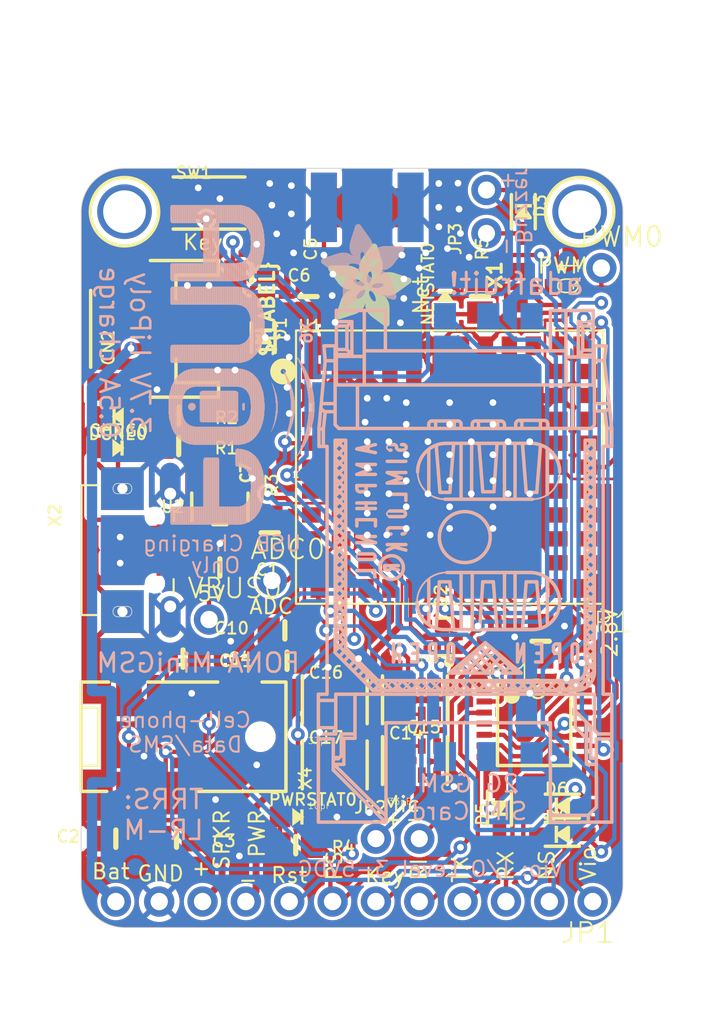
<source format=kicad_pcb>
(kicad_pcb (version 20221018) (generator pcbnew)
  (layers (0 "F.Cu" signal) (31 "B.Cu" signal) (34 "B.Paste" user) (35 "F.Paste" user) (36 "B.SilkS" user "B.Silkscreen") (37 "F.SilkS" user "F.Silkscreen") (38 "B.Mask" user) (39 "F.Mask" user) (44 "Edge.Cuts" user))
  (net 0 "")
  (net 1 "GND")
  (net 2 "N$1")
  (net 3 "N$2")
  (net 4 "N$5")
  (net 5 "N$6")
  (net 6 "PWRKEY")
  (net 7 "NETSTAT")
  (net 8 "PWRSTAT")
  (net 9 "SIMRST")
  (net 10 "SIMCLK")
  (net 11 "SIMDATA")
  (net 12 "2.8V")
  (net 13 "RESET")
  (net 14 "RI")
  (net 15 "UART_RXD")
  (net 16 "UART_TXD")
  (net 17 "VRTC")
  (net 18 "VCCIO")
  (net 19 "GSM_ANT")
  (net 20 "VBUS")
  (net 21 "1.8V")
  (net 22 "NETSTAT_5V")
  (net 23 "N$4")
  (net 24 "PWRSTAT_5V")
  (net 25 "N$9")
  (net 26 "SPEAKER1+")
  (net 27 "MIC1+")
  (net 28 "ADC")
  (net 29 "PWM")
  (net 30 "VBAT")
  (net 31 "MIC2+")
  (net 32 "MIC2-")
  (net 33 "SPEAKER2+")
  (net 34 "SPEAKER2-")
  (net 35 "+5V")
  (net 36 "RXD_5V")
  (net 37 "TXD_5V")
  (net 38 "RI_5V")
  (net 39 "PWRKEY_5V")
  (net 40 "RESET_5V")
  (net 41 "N$16")
  (net 42 "HP+")
  (footprint "working:MOUNTINGHOLE_2.5_PLATED" (layer "F.Cu") (at 135.1661 85.3186 90)
    (fp_text reference "U$34" hide)
    (fp_text value "MOUNTINGHOLE2.5" hide)
  )
  (footprint "working:0805-NO" (layer "F.Cu") (at 140.7541 106.1466)
    (fp_text reference "C1")
    (fp_text value "10µF")
  )
  (footprint "working:RESPACK_4X0603" (layer "F.Cu") (at 147.4851 117.7036)
    (fp_text reference "C17")
    (fp_text value "10pF")
  )
  (footprint "working:SOD-323" (layer "F.Cu") (at 157.1371 120.2436 90)
    (fp_text reference "D5")
    (fp_text value "1N4148")
  )
  (footprint "working:SOD-323" (layer "F.Cu") (at 160.8201 120.1166)
    (fp_text reference "D6")
    (fp_text value "1N4148")
  )
  (footprint "working:CHIPLED_0805_NOOUTLINE" (layer "F.Cu") (at 134.7861 99.1506 -90)
    (fp_text reference "CHRG0")
    (fp_text value "ORANGE")
  )
  (footprint "working:1X01-CLEANBIG" (layer "F.Cu") (at 140.1191 109.1946)
    (fp_text reference "VBUS0")
    (fp_text value "")
  )
  (footprint "working:CHIPLED_0805_NOOUTLINE" (layer "F.Cu") (at 145.3261 120.7516 -90)
    (fp_text reference "PWRSTAT0")
    (fp_text value "GREEN")
  )
  (footprint "working:SOD-123" (layer "F.Cu") (at 143.2941 92.6846 -90)
    (fp_text reference "D1")
    (fp_text value "MMSZ5231BT1G")
  )
  (footprint "working:0805-NO" (layer "F.Cu") (at 145.1991 122.4026)
    (fp_text reference "R4")
    (fp_text value "1K")
  )
  (footprint "working:BTN_KMR2_4.6X2.8" (layer "F.Cu") (at 140.1191 84.8106)
    (fp_text reference "SW1")
    (fp_text value "KMR2")
  )
  (footprint "working:0805-NO" (layer "F.Cu") (at 144.6911 111.6076 180)
    (fp_text reference "C4")
    (fp_text value "33pF")
  )
  (footprint "working:0805-NO" (layer "F.Cu") (at 159.5501 110.4646 -90)
    (fp_text reference "C9")
    (fp_text value "10uF")
  )
  (footprint "working:0805-NO" (layer "F.Cu") (at 138.2141 122.0216)
    (fp_text reference "C3")
    (fp_text value "10pF")
  )
  (footprint "working:FIDUCIAL_1MM" (layer "F.Cu") (at 138.5951 115.4176)
    (fp_text reference "FID1" hide)
    (fp_text value "FIDUCIAL\"\"" hide)
  )
  (footprint "working:SIM800L" (layer "F.Cu") (at 154.2161 100.2726)
    (fp_text reference "U1")
    (fp_text value "SIM800H/L")
  )
  (footprint "working:0805-NO" (layer "F.Cu") (at 143.6751 104.1146 90)
    (fp_text reference "R3")
    (fp_text value "2K")
  )
  (footprint "working:C1210" (layer "F.Cu") (at 142.4051 97.8916 -90)
    (fp_text reference "C7")
    (fp_text value "100uF")
  )
  (footprint "working:0805-NO" (layer "F.Cu") (at 145.9461 90.2876 90)
    (fp_text reference "C5")
    (fp_text value "10pF")
  )
  (footprint "working:RESPACK_4X0603" (layer "F.Cu") (at 152.1841 113.8936 180)
    (fp_text reference "C15")
    (fp_text value "10pF")
  )
  (footprint "working:SOT23-5" (layer "F.Cu") (at 140.7541 102.5906 180)
    (fp_text reference "U2")
    (fp_text value "MCP73831T-2ACI/OT")
  )
  (footprint "working:JSTPH2" (layer "F.Cu") (at 136.1821 92.1766 90)
    (fp_text reference "CN2")
    (fp_text value "JSTPH")
  )
  (footprint "working:1X01-CLEANBIG" (layer "F.Cu") (at 163.1061 88.6206)
    (fp_text reference "PWM0")
    (fp_text value "")
  )
  (footprint "working:0805-NO" (layer "F.Cu") (at 138.3411 99.0346)
    (fp_text reference "R1")
    (fp_text value "470")
  )
  (footprint "working:CHIPLED_0805_NOOUTLINE" (layer "F.Cu") (at 134.7911 97.3026 90)
    (fp_text reference "DONE0")
    (fp_text value "GREEN")
  )
  (footprint "working:4UCONN_18510" (layer "F.Cu") (at 132.6261 116.0526)
    (fp_text reference "X4")
    (fp_text value "")
  )
  (footprint "working:RESPACK_4X0603" (layer "F.Cu") (at 152.1841 117.4496)
    (fp_text reference "C14")
    (fp_text value "33pF")
  )
  (footprint "working:SC59-BEC" (layer "F.Cu") (at 159.2961 89.7636 -90)
    (fp_text reference "Q1")
    (fp_text value "DTC143ZUAT106")
  )
  (footprint "working:ADAFRUIT_5MM" (layer "F.Cu") (at 147.1041 92.0496)
    (fp_text reference "U$10" hide)
    (fp_text value "" hide)
  )
  (footprint "working:1X01-CLEANBIG" (layer "F.Cu") (at 143.8021 106.9086)
    (fp_text reference "ADC0")
    (fp_text value "")
  )
  (footprint "working:0805-NO" (layer "F.Cu") (at 138.5951 111.4806)
    (fp_text reference "C11")
    (fp_text value "10uF")
  )
  (footprint "working:1X12-CB" (layer "F.Cu") (at 148.6281 125.7046 180)
    (fp_text reference "JP1")
    (fp_text value "")
  )
  (footprint "working:0805-NO" (layer "F.Cu") (at 144.5641 109.8296 180)
    (fp_text reference "C10")
    (fp_text value "10pF")
  )
  (footprint "working:MOUNTINGHOLE_2.5_PLATED" (layer "F.Cu") (at 161.8361 85.3186 90)
    (fp_text reference "U$33" hide)
    (fp_text value "MOUNTINGHOLE2.5" hide)
  )
  (footprint "working:SOT363" (layer "F.Cu") (at 153.8351 110.2106 90)
    (fp_text reference "D2")
    (fp_text value "SMF05C")
  )
  (footprint "working:TP11R" (layer "F.Cu") (at 162.2171 109.9566)
    (fp_text reference "TP1")
    (fp_text value "TPTP11R")
  )
  (footprint "working:4UCONN_20329" (layer "F.Cu") (at 136.9441 105.1306 -90)
    (fp_text reference "X2")
    (fp_text value "MicroB")
    (fp_line (start -3.9 2.2) (end -3.9 1.6) (stroke (width 0.05)) (layer "Edge.Cuts"))
    (fp_line (start -3.3 1.6) (end -3.3 2.2) (stroke (width 0.05)) (layer "Edge.Cuts"))
    (fp_line (start 3.3 2.2) (end 3.3 1.6) (stroke (width 0.05)) (layer "Edge.Cuts"))
    (fp_line (start 3.9 1.6) (end 3.9 2.2) (stroke (width 0.05)) (layer "Edge.Cuts"))
    (fp_arc (start -3.9 1.6) (mid -3.801777 1.412868) (end -3.6 1.35) (stroke (width 0.05)) (layer "Edge.Cuts"))
    (fp_arc (start -3.6 1.35) (mid -3.398223 1.412868) (end -3.3 1.6) (stroke (width 0.05)) (layer "Edge.Cuts"))
    (fp_arc (start -3.6 2.45) (mid -3.801777 2.387132) (end -3.9 2.2) (stroke (width 0.05)) (layer "Edge.Cuts"))
    (fp_arc (start -3.3 2.2) (mid -3.398223 2.387132) (end -3.6 2.45) (stroke (width 0.05)) (layer "Edge.Cuts"))
    (fp_arc (start 3.3 1.6) (mid 3.398223 1.412868) (end 3.6 1.35) (stroke (width 0.05)) (layer "Edge.Cuts"))
    (fp_arc (start 3.6 1.35) (mid 3.801777 1.412868) (end 3.9 1.6) (stroke (width 0.05)) (layer "Edge.Cuts"))
    (fp_arc (start 3.6 2.45) (mid 3.398223 2.387132) (end 3.3 2.2) (stroke (width 0.05)) (layer "Edge.Cuts"))
    (fp_arc (start 3.9 2.2) (mid 3.801777 2.387132) (end 3.6 2.45) (stroke (width 0.05)) (layer "Edge.Cuts"))
  )
  (footprint "working:0805-NO" (layer "F.Cu") (at 142.6121 88.9226)
    (fp_text reference "C6")
    (fp_text value "33pF")
  )
  (footprint "working:FIDUCIAL_1MM" (layer "F.Cu") (at 158.5341 115.2906)
    (fp_text reference "FID3" hide)
    (fp_text value "FIDUCIAL\"\"" hide)
  )
  (footprint "working:1X02_ROUND" (layer "F.Cu") (at 151.1681 122.0216)
    (fp_text reference "JP2")
    (fp_text value "MIC")
  )
  (footprint "working:SOD-323" (layer "F.Cu") (at 160.8201 121.7676)
    (fp_text reference "D4")
    (fp_text value "1N4148")
  )
  (footprint "working:CHIPLED_0805_NOOUTLINE" (layer "F.Cu") (at 153.9621 90.2716)
    (fp_text reference "NETSTAT0")
    (fp_text value "BLUE")
  )
  (footprint "working:TSSOP14" (layer "F.Cu") (at 159.1691 115.2906 -90)
    (fp_text reference "IC1")
    (fp_text value "74VHCT125PW")
  )
  (footprint "working:FIDUCIAL_1MM" (layer "F.Cu") (at 134.6581 91.4146)
    (fp_text reference "FID2" hide)
    (fp_text value "FIDUCIAL\"\"" hide)
  )
  (footprint "working:SOD-323" (layer "F.Cu") (at 158.5341 85.3186 -90)
    (fp_text reference "D3")
    (fp_text value "1N4148")
  )
  (footprint "working:RESPACK_4X0603" (layer "F.Cu") (at 147.4851 113.8936)
    (fp_text reference "C16")
    (fp_text value "33pF")
  )
  (footprint "working:0805-NO" (layer "F.Cu") (at 134.6581 122.0216 180)
    (fp_text reference "C2")
    (fp_text value "33pF")
  )
  (footprint "working:SMA_EDGELAUNCH_UFL" (layer "F.Cu") (at 149.3901 83.0326 -90)
    (fp_text reference "X1")
    (fp_text value "")
  )
  (footprint "working:0805-NO" (layer "F.Cu") (at 138.3571 97.2566)
    (fp_text reference "R2")
    (fp_text value "1K")
  )
  (footprint "working:1X02_ROUND" (layer "F.Cu") (at 156.3751 85.3186 90)
    (fp_text reference "JP3")
    (fp_text value "BUZZ")
  )
  (footprint "working:0805-NO" (layer "F.Cu") (at 155.9941 90.2716 90)
    (fp_text reference "R5")
    (fp_text value "1K")
  )
  (footprint "working:FIDUCIAL_1MM" (layer "B.Cu") (at 135.8011 123.6726 180)
    (fp_text reference "FID5" hide)
    (fp_text value "FIDUCIAL\"\"" hide)
  )
  (footprint "working:FIDUCIAL_1MM" (layer "B.Cu") (at 161.0741 88.1126 180)
    (fp_text reference "FID4" hide)
    (fp_text value "FIDUCIAL\"\"" hide)
  )
  (footprint "working:FONA_LOGO" (layer "B.Cu") (at 137.5791 104.1146 90)
    (fp_text reference "U$26" hide)
    (fp_text value "" hide)
  )
  (footprint "working:C707_10M006_512_2" (layer "B.Cu") (at 155.1051 104.3686 -90)
    (fp_text reference "X6")
    (fp_text value "SIM_LOCKAMPHENOL")
  )
  (footprint "working:ADAFRUIT_5MM" (layer "B.Cu") (at 151.5491 90.9066 180)
    (fp_text reference "U$36" hide)
    (fp_text value "" hide)
  )
  (gr_arc (start 132.6261 85.3186) (mid 133.370049 83.522549) (end 135.1661 82.7786) (stroke (width 0.05)) (layer "Edge.Cuts"))
  (gr_line (start 161.8361 127.2286) (end 135.1661 127.2286) (stroke (width 0.05)) (layer "Edge.Cuts"))
  (gr_line (start 164.3761 85.3186) (end 164.3761 124.6886) (stroke (width 0.05)) (layer "Edge.Cuts"))
  (gr_line (start 132.6261 114.1476) (end 132.6261 85.3186) (stroke (width 0.05)) (layer "Edge.Cuts"))
  (gr_line (start 135.1661 82.7786) (end 161.8361 82.7786) (stroke (width 0.05)) (layer "Edge.Cuts"))
  (gr_line (start 132.6261 117.9576) (end 133.7691 117.9576) (stroke (width 0.05)) (layer "Edge.Cuts"))
  (gr_arc (start 161.8361 82.7786) (mid 163.632151 83.522549) (end 164.3761 85.3186) (stroke (width 0.05)) (layer "Edge.Cuts"))
  (gr_line (start 133.7691 117.9576) (end 133.7691 114.1476) (stroke (width 0.05)) (layer "Edge.Cuts"))
  (gr_line (start 132.6261 124.6886) (end 132.6261 117.9576) (stroke (width 0.05)) (layer "Edge.Cuts"))
  (gr_line (start 133.7691 114.1476) (end 132.6261 114.1476) (stroke (width 0.05)) (layer "Edge.Cuts"))
  (gr_arc (start 164.3761 124.6886) (mid 163.632151 126.484651) (end 161.8361 127.2286) (stroke (width 0.05)) (layer "Edge.Cuts"))
  (gr_arc (start 135.1661 127.2286) (mid 133.370049 126.484651) (end 132.6261 124.6886) (stroke (width 0.05)) (layer "Edge.Cuts"))
  (gr_text "USB Charging" (at 140.8811 104.7496) (layer "B.SilkS") (effects (font (size 0.89408 0.89408) (thickness 0.12192)) (justify mirror)))
  (gr_text "FONA MiniGSM" (at 139.4841 111.7346) (layer "B.SilkS") (effects (font (size 1.1176 1.1176) (thickness 0.1524)) (justify mirror)))
  (gr_text "2G GSM\nSIM Card" (at 155.3591 119.6086) (layer "B.SilkS") (effects (font (size 1.00584 1.00584) (thickness 0.13716)) (justify mirror)))
  (gr_text "-" (at 158.1531 86.7156 -90) (layer "B.SilkS") (effects (font (size 0.89408 0.89408) (thickness 0.12192)) (justify right top mirror)))
  (gr_text "3.7V LiPoly\n0.5A charge" (at 135.1661 93.5736 -90) (layer "B.SilkS") (effects (font (size 1.1176 1.1176) (thickness 0.1524)) (justify mirror)))
  (gr_text "Only" (at 140.5001 106.0196) (layer "B.SilkS") (effects (font (size 0.89408 0.89408) (thickness 0.12192)) (justify mirror)))
  (gr_text "TRRS:\nLR-M" (at 137.4521 120.6246) (layer "B.SilkS") (effects (font (size 1.1176 1.1176) (thickness 0.1524)) (justify mirror)))
  (gr_text "adafruit!" (at 162.2171 90.2716) (layer "B.SilkS") (effects (font (size 1.251712 1.251712) (thickness 0.170688)) (justify left bottom mirror)))
  (gr_text "Vio: I/O Level 3-5VDC" (at 153.0731 123.7996) (layer "B.SilkS") (effects (font (size 0.89408 0.89408) (thickness 0.12192)) (justify mirror)))
  (gr_text "Cell-phone\nData/SMS\n" (at 138.7221 115.7986) (layer "B.SilkS") (effects (font (size 0.89408 0.89408) (thickness 0.12192)) (justify mirror)))
  (gr_text "+" (at 157.0101 82.9056) (layer "B.SilkS") (effects (font (size 0.89408 0.89408) (thickness 0.12192)) (justify right top mirror)))
  (gr_text "Buzzer" (at 159.0421 82.6516 -90) (layer "B.SilkS") (effects (font (size 0.89408 0.89408) (thickness 0.12192)) (justify right top mirror)))
  (gr_text "Net" (at 153.0731 91.4146 90) (layer "F.SilkS") (effects (font (size 0.89408 0.89408) (thickness 0.12192)) (justify left bottom)))
  (gr_text "RX" (at 158.0261 124.5616 90) (layer "F.SilkS") (effects (font (size 0.89408 0.89408) (thickness 0.12192)) (justify left bottom)))
  (gr_text "TX" (at 155.3591 124.6886 90) (layer "F.SilkS") (effects (font (size 0.89408 0.89408) (thickness 0.12192)) (justify left bottom)))
  (gr_text "SPKR" (at 141.3891 123.9266 90) (layer "F.SilkS") (effects (font (size 0.89408 0.89408) (thickness 0.12192)) (justify left bottom)))
  (gr_text "Rst" (at 143.6751 124.6886) (layer "F.SilkS") (effects (font (size 0.89408 0.89408) (thickness 0.12192)) (justify left bottom)))
  (gr_text "Mic" (at 152.5651 119.4816) (layer "F.SilkS") (effects (font (size 0.89408 0.89408) (thickness 0.12192)) (justify right top)))
  (gr_text "PWM" (at 159.2961 89.0016) (layer "F.SilkS") (effects (font (size 0.89408 0.89408) (thickness 0.12192)) (justify left bottom)))
  (gr_text "5V" (at 141.1351 107.1626) (layer "F.SilkS") (effects (font (size 0.89408 0.89408) (thickness 0.12192)) (justify right top)))
  (gr_text "Key" (at 151.6761 123.6726) (layer "F.SilkS") (effects (font (size 0.89408 0.89408) (thickness 0.12192)) (justify right top)))
  (gr_text "+" (at 140.1191 124.4346 90) (layer "F.SilkS") (effects (font (size 0.89408 0.89408) (thickness 0.12192)) (justify left bottom)))
  (gr_text "+" (at 150.2791 121.3866) (layer "F.SilkS") (effects (font (size 0.89408 0.89408) (thickness 0.12192)) (justify left bottom)))
  (gr_text "PS" (at 147.9931 124.5616 90) (layer "F.SilkS") (effects (font (size 0.89408 0.89408) (thickness 0.12192)) (justify left bottom)))
  (gr_text "Key" (at 141.0081 86.5886) (layer "F.SilkS") (effects (font (size 0.89408 0.89408) (thickness 0.12192)) (justify right top)))
  (gr_text "-" (at 141.7701 124.9426) (layer "F.SilkS") (effects (font (size 0.89408 0.89408) (thickness 0.12192)) (justify left bottom)))
  (gr_text "-" (at 151.5491 121.3866) (layer "F.SilkS") (effects (font (size 0.89408 0.89408) (thickness 0.12192)) (justify left bottom)))
  (gr_text "PWR" (at 142.4051 120.2436 90) (layer "F.SilkS") (effects (font (size 0.89408 0.89408) (thickness 0.12192)) (justify right top)))
  (gr_text "RI" (at 152.9461 124.5616 90) (layer "F.SilkS") (effects (font (size 0.89408 0.89408) (thickness 0.12192)) (justify left bottom)))
  (gr_text "2.8V" (at 164.1221 111.4806 90) (layer "F.SilkS") (effects (font (size 0.89408 0.89408) (thickness 0.12192)) (justify left bottom)))
  (gr_text "Bat" (at 135.5471 123.4186) (layer "F.SilkS") (effects (font (size 0.89408 0.89408) (thickness 0.12192)) (justify right top)))
  (gr_text "ADC" (at 142.4051 108.9406) (layer "F.SilkS") (effects (font (size 0.89408 0.89408) (thickness 0.12192)) (justify left bottom)))
  (gr_text "GND" (at 138.7221 123.5456) (layer "F.SilkS") (effects (font (size 0.89408 0.89408) (thickness 0.12192)) (justify right top)))
  (gr_text "Vio" (at 162.8521 124.5616 90) (layer "F.SilkS") (effects (font (size 0.89408 0.89408) (thickness 0.12192)) (justify left bottom)))
  (gr_text "NS" (at 160.4391 124.5616 90) (layer "F.SilkS") (effects (font (size 0.89408 0.89408) (thickness 0.12192)) (justify left bottom)))
  (segment (start 147.7391 120.6246) (end 147.6121 120.7516) (width 0.254) (layer "F.Cu") (net 1))
  (segment (start 154.2161 96.4946) (end 155.5161 96.4946) (width 0.254) (layer "F.Cu") (net 1))
  (segment (start 150.6601 102.5906) (end 151.6761 102.5906) (width 0.254) (layer "F.Cu") (net 1))
  (segment (start 140.8811 100.4316) (end 142.0211 99.2916) (width 0.4064) (layer "F.Cu") (net 1))
  (segment (start 154.0891 118.5926) (end 154.4701 118.9736) (width 0.254) (layer "F.Cu") (net 1))
  (segment (start 155.5161 96.4946) (end 155.5161 97.2726) (width 0.254) (layer "F.Cu") (net 1))
  (segment (start 140.8811 101.1635) (end 140.8811 100.4316) (width 0.4064) (layer "F.Cu") (net 1))
  (segment (start 158.7881 97.2726) (end 158.1161 97.2726) (width 0.254) (layer "F.Cu") (net 1))
  (segment (start 160.5761 96.0726) (end 160.4081 96.2406) (width 0.6096) (layer "F.Cu") (net 1))
  (segment (start 153.7081 117.4496) (end 154.0891 117.8306) (width 0.254) (layer "F.Cu") (net 1))
  (segment (start 148.7851 119.1976) (end 147.7391 120.2436) (width 0.254) (layer "F.Cu") (net 1))
  (segment (start 156.2481 94.8406) (end 156.2481 96.2406) (width 0.6096) (layer "F.Cu") (net 1))
  (segment (start 149.3901 98.7806) (end 149.3901 101.8286) (width 0.254) (layer "F.Cu") (net 1))
  (segment (start 142.0211 99.2916) (end 142.4051 99.2916) (width 0.4064) (layer "F.Cu") (net 1))
  (segment (start 156.7561 96.4946) (end 155.5161 96.4946) (width 0.254) (layer "F.Cu") (net 1))
  (segment (start 147.8561 94.6726) (end 147.8561 96.0726) (width 0.6096) (layer "F.Cu") (net 1))
  (segment (start 153.4841 116.5996) (end 153.4841 117.4196) (width 0.254) (layer "F.Cu") (net 1))
  (segment (start 150.6601 101.0666) (end 151.6761 101.0666) (width 0.254) (layer "F.Cu") (net 1))
  (segment (start 147.8561 96.0726) (end 147.8561 97.4726) (width 0.6096) (layer "F.Cu") (net 1))
  (segment (start 146.8501 87.8586) (end 146.8501 86.8426) (width 0.254) (layer "F.Cu") (net 1))
  (segment (start 156.7561 103.8606) (end 157.7721 103.8606) (width 0.254) (layer "F.Cu") (net 1))
  (segment (start 147.8561 96.0726) (end 146.1161 96.0726) (width 0.6096) (layer "F.Cu") (net 1))
  (segment (start 154.2161 103.8606) (end 156.7561 103.8606) (width 0.254) (layer "F.Cu") (net 1))
  (segment (start 150.6601 100.0506) (end 149.3901 98.7806) (width 0.254) (layer "F.Cu") (net 1))
  (segment (start 151.6761 96.4946) (end 152.9161 96.4946) (width 0.254) (layer "F.Cu") (net 1))
  (segment (start 147.7391 120.8786) (end 147.6121 120.7516) (width 0.254) (layer "F.Cu") (net 1))
  (segment (start 153.4541 117.4496) (end 153.7081 117.4496) (width 0.254) (layer "F.Cu") (net 1))
  (segment (start 150.6601 101.8286) (end 150.6601 102.5906) (width 0.254) (layer "F.Cu") (net 1))
  (segment (start 154.2161 102.5906) (end 156.7561 102.5906) (width 0.254) (layer "F.Cu") (net 1))
  (segment (start 147.8561 94.6726) (end 147.9161 94.6126) (width 0.6096) (layer "F.Cu") (net 1))
  (segment (start 134.7851 101.5306) (end 134.7851 99.1616) (width 0.254) (layer "F.Cu") (net 1))
  (segment (start 147.7391 120.2436) (end 147.7391 120.6246) (width 0.254) (layer "F.Cu") (net 1))
  (segment (start 152.9461 101.8286) (end 152.9461 101.0666) (width 0.254) (layer "F.Cu") (net 1))
  (segment (start 156.3161 93.1726) (end 156.3161 94.7726) (width 0.6096) (layer "F.Cu") (net 1))
  (segment (start 147.9161 94.6126) (end 147.9161 93.1726) (width 0.6096) (layer "F.Cu") (net 1))
  (segment (start 152.9161 97.2726) (end 153.5161 96.6726) (width 0.6096) (layer "F.Cu") (net 1))
  (segment (start 153.5161 94.7726) (end 153.5161 93.1726) (width 0.6096) (layer "F.Cu") (net 1))
  (segment (start 152.9461 98.7806) (end 152.9461 99.5426) (width 0.254) (layer "F.Cu") (net 1))
  (segment (start 148.7851 118.5536) (end 148.7851 119.1976) (width 0.254) (layer "F.Cu") (net 1))
  (segment (start 151.6761 102.5906) (end 154.2161 102.5906) (width 0.254) (layer "F.Cu") (net 1))
  (segment (start 152.9461 101.0666) (end 154.2161 101.0666) (width 0.254) (layer "F.Cu") (net 1))
  (segment (start 157.7161 103.6726) (end 158.1161 103.2726) (width 0.8128) (layer "F.Cu") (net 1))
  (segment (start 152.1161 93.1726) (end 150.7161 93.1726) (width 0.6096) (layer "F.Cu") (net 1))
  (segment (start 153.4841 117.4196) (end 153.4541 117.4496) (width 0.254) (layer "F.Cu") (net 1))
  (segment (start 160.6271 111.4146) (end 159.5501 111.4146) (width 0.254) (layer "F.Cu") (net 1))
  (segment (start 153.4841 114.7436) (end 153.4841 116.5996) (width 0.254) (layer "F.Cu") (net 1))
  (segment (start 156.7561 99.5426) (end 157.7721 99.5426) (width 0.254) (layer "F.Cu") (net 1))
  (segment (start 154.2161 99.5426) (end 156.7561 99.5426) (width 0.254) (layer "F.Cu") (net 1))
  (segment (start 157.7161 105.7726) (end 157.7161 103.6726) (width 0.8128) (layer "F.Cu") (net 1))
  (segment (start 150.6601 101.8286) (end 150.6601 100.0506) (width 0.254) (layer "F.Cu") (net 1))
  (segment (start 135.0441 101.5306) (end 134.7851 101.5306) (width 0.254) (layer "F.Cu") (net 1))
  (segment (start 150.6601 101.8286) (end 150.6601 101.0666) (width 0.254) (layer "F.Cu") (net 1))
  (segment (start 156.7561 102.5906) (end 157.7721 102.5906) (width 0.254) (layer "F.Cu") (net 1))
  (segment (start 148.7851 113.0436) (end 148.8241 113.0046) (width 0.254) (layer "F.Cu") (net 1))
  (segment (start 154.9161 94.7726) (end 154.8511 94.8376) (width 0.6096) (layer "F.Cu") (net 1))
  (segment (start 161.3131 115.9406) (end 161.2011 116.0526) (width 0.254) (layer "F.Cu") (net 1))
  (segment (start 149.3161 94.7726) (end 149.2161 94.6726) (width 0.6096) (layer "F.Cu") (net 1))
  (segment (start 154.0891 117.8306) (end 154.0891 118.5926) (width 0.254) (layer "F.Cu") (net 1))
  (segment (start 149.2161 94.6726) (end 147.8561 94.6726) (width 0.6096) (layer "F.Cu") (net 1))
  (segment (start 152.9461 99.5426) (end 151.6761 99.5426) (width 0.254) (layer "F.Cu") (net 1))
  (segment (start 156.3161 94.7726) (end 156.2481 94.8406) (width 0.6096) (layer "F.Cu") (net 1))
  (segment (start 162.0941 115.9406) (end 161.3131 115.9406) (width 0.254) (layer "F.Cu") (net 1))
  (segment (start 160.8201 111.6076) (end 160.6271 111.4146) (width 0.254) (layer "F.Cu") (net 1))
  (segment (start 153.5161 93.1726) (end 152.1161 93.1726) (width 0.6096) (layer "F.Cu") (net 1))
  (segment (start 157.7721 101.0666) (end 156.7561 101.0666) (width 0.254) (layer "F.Cu") (net 1))
  (segment (start 160.4081 96.2406) (end 158.7881 96.2406) (width 0.6096) (layer "F.Cu") (net 1))
  (segment (start 154.8511 94.8376) (end 154.8511 96.2406) (width 0.6096) (layer "F.Cu") (net 1))
  (segment (start 151.6761 103.8606) (end 154.2161 103.8606) (width 0.254) (layer "F.Cu") (net 1))
  (segment (start 140.7541 101.2905) (end 140.8811 101.1635) (width 0.4064) (layer "F.Cu") (net 1))
  (segment (start 158.7881 96.2406) (end 158.7881 97.2726) (width 0.254) (layer "F.Cu") (net 1))
  (segment (start 152.9161 96.4946) (end 152.9161 97.2726) (width 0.254) (layer "F.Cu") (net 1))
  (segment (start 153.5161 96.6726) (end 153.5161 94.7726) (width 0.6096) (layer "F.Cu") (net 1))
  (via (at 140.5001 119.7356) (size 0.8001) (drill 0.3937) (layers "F.Cu" "B.Cu") (net 1))
  (via (at 154.2161 101.0666) (size 0.8001) (drill 0.3937) (layers "F.Cu" "B.Cu") (net 1))
  (via (at 153.5811 86.2076) (size 0.8001) (drill 0.3937) (layers "F.Cu" "B.Cu") (net 1))
  (via (at 153.5811 85.0646) (size 0.8001) (drill 0.3937) (layers "F.Cu" "B.Cu") (net 1))
  (via (at 154.2161 103.8606) (size 0.8001) (drill 0.3937) (layers "F.Cu" "B.Cu") (net 1))
  (via (at 156.7561 103.8606) (size 0.8001) (drill 0.3937) (layers "F.Cu" "B.Cu") (net 1))
  (via (at 154.2161 99.5426) (size 0.8001) (drill 0.3937) (layers "F.Cu" "B.Cu") (net 1))
  (via (at 154.2161 102.5906) (size 0.8001) (drill 0.3937) (layers "F.Cu" "B.Cu") (net 1))
  (via (at 154.7701 85.1646) (size 0.8001) (drill 0.3937) (layers "F.Cu" "B.Cu") (net 1))
  (via (at 152.4221 88.6206) (size 0.8001) (drill 0.3937) (layers "F.Cu" "B.Cu") (net 1))
  (via (at 155.3591 87.9856) (size 0.8001) (drill 0.3937) (layers "F.Cu" "B.Cu") (net 1))
  (via (at 151.6761 102.5906) (size 0.8001) (drill 0.3937) (layers "F.Cu" "B.Cu") (net 1))
  (via (at 147.6121 120.7516) (size 0.8001) (drill 0.3937) (layers "F.Cu" "B.Cu") (net 1))
  (via (at 153.0731 104.2416) (size 0.8001) (drill 0.3937) (layers "F.Cu" "B.Cu") (net 1))
  (via (at 145.0721 87.7316) (size 0.8001) (drill 0.3937) (layers "F.Cu" "B.Cu") (net 1))
  (via (at 152.8191 87.7316) (size 0.8001) (drill 0.3937) (layers "F.Cu" "B.Cu") (net 1))
  (via (at 144.6911 92.6846) (size 0.8001) (drill 0.3937) (layers "F.Cu" "B.Cu") (net 1))
  (via (at 151.6761 101.0666) (size 0.8001) (drill 0.3937) (layers "F.Cu" "B.Cu") (net 1))
  (via (at 158.9151 98.7806) (size 0.8001) (drill 0.3937) (layers "F.Cu" "B.Cu") (net 1))
  (via (at 149.3901 102.9716) (size 0.8001) (drill 0.3937) (layers "F.Cu" "B.Cu") (net 1))
  (via (at 149.3901 96.2406) (size 0.8001) (drill 0.3937) (layers "F.Cu" "B.Cu") (net 1))
  (via (at 156.7561 96.4946) (size 0.8001) (drill 0.3937) (layers "F.Cu" "B.Cu") (net 1))
  (via (at 154.2161 96.4946) (size 0.8001) (drill 0.3937) (layers "F.Cu" "B.Cu") (net 1))
  (via (at 151.6761 103.8606) (size 0.8001) (drill 0.3937) (layers "F.Cu" "B.Cu") (net 1))
  (via (at 154.7081 83.6516) (size 0.8001) (drill 0.3937) (layers "F.Cu" "B.Cu") (net 1))
  (via (at 140.7541 104.7496) (size 0.8001) (drill 0.3937) (layers "F.Cu" "B.Cu") (net 1))
  (via (at 140.7541 84.5566) (size 0.8001) (drill 0.3937) (layers "F.Cu" "B.Cu") (net 1))
  (via (at 141.6431 94.5896) (size 0.8001) (drill 0.3937) (layers "F.Cu" "B.Cu") (net 1))
  (via (at 154.2161 97.7646) (size 0.8001) (drill 0.3937) (layers "F.Cu" "B.Cu") (net 1))
  (via (at 144.6911 95.6056) (size 0.8001) (drill 0.3937) (layers "F.Cu" "B.Cu") (net 1))
  (via (at 144.8181 93.8276) (size 0.8001) (drill 0.3937) (layers "F.Cu" "B.Cu") (net 1))
  (via (at 156.7561 99.5426) (size 0.8001) (drill 0.3937) (layers "F.Cu" "B.Cu") (net 1))
  (via (at 149.2631 97.6376) (size 0.8001) (drill 0.3937) (layers "F.Cu" "B.Cu") (net 1))
  (via (at 152.9461 98.7806) (size 0.8001) (drill 0.3937) (layers "F.Cu" "B.Cu") (net 1))
  (via (at 149.3901 104.2416) (size 0.8001) (drill 0.3937) (layers "F.Cu" "B.Cu") (net 1))
  (via (at 147.3371 90.2276) (size 0.8001) (drill 0.3937) (layers "F.Cu" "B.Cu") (net 1))
  (via (at 147.5011 91.7956) (size 0.8001) (drill 0.3937) (layers "F.Cu" "B.Cu") (net 1))
  (via (at 134.9121 105.8926) (size 0.8001) (drill 0.3937) (layers "F.Cu" "B.Cu") (net 1))
  (via (at 144.9451 85.4456) (size 0.8001) (drill 0.3937) (layers "F.Cu" "B.Cu") (net 1))
  (via (at 154.8511 86.5886) (size 0.8001) (drill 0.3937) (layers "F.Cu" "B.Cu") (net 1))
  (via (at 146.8501 87.8586) (size 0.8001) (drill 0.3937) (layers "F.Cu" "B.Cu") (net 1))
  (via (at 139.1031 113.5126) (size 0.8001) (drill 0.3937) (layers "F.Cu" "B.Cu") (net 1))
  (via (at 154.4701 118.9736) (size 0.8001) (drill 0.3937) (layers "F.Cu" "B.Cu") (net 1))
  (via (at 136.3091 117.1956) (size 0.8001) (drill 0.3937) (layers "F.Cu" "B.Cu") (net 1))
  (via (at 155.4861 101.8286) (size 0.8001) (drill 0.3937) (layers "F.Cu" "B.Cu") (net 1))
  (via (at 137.0711 95.7326) (size 0.8001) (drill 0.3937) (layers "F.Cu" "B.Cu") (net 1))
  (via (at 160.9471 109.5756) (size 0.8001) (drill 0.3937) (layers "F.Cu" "B.Cu") (net 1))
  (via (at 151.5331 90.3986) (size 0.8001) (drill 0.3937) (layers "F.Cu" "B.Cu") (net 1))
  (via (at 158.9151 101.8286) (size 0.8001) (drill 0.3937) (layers "F.Cu" "B.Cu") (net 1))
  (via (at 148.8821 111.4806) (size 0.8001) (drill 0.3937) (layers "F.Cu" "B.Cu") (net 1))
  (via (at 146.5961 115.7986) (size 0.8001) (drill 0.3937) (layers "F.Cu" "B.Cu") (net 1))
  (via (at 141.8971 123.0376) (size 0.8001) (drill 0.3937) (layers "F.Cu" "B.Cu") (net 1))
  (via (at 156.7561 97.7646) (size 0.8001) (drill 0.3937) (layers "F.Cu" "B.Cu") (net 1))
  (via (at 142.6591 100.9396) (size 0.8001) (drill 0.3937) (layers "F.Cu" "B.Cu") (net 1))
  (via (at 150.6601 101.8286) (size 0.8001) (drill 0.3937) (layers "F.Cu" "B.Cu") (net 1))
  (via (at 143.6751 83.6676) (size 0.8001) (drill 0.3937) (layers "F.Cu" "B.Cu") (net 1))
  (via (at 142.9131 87.2236) (size 0.8001) (drill 0.3937) (layers "F.Cu" "B.Cu") (net 1))
  (via (at 149.5171 120.4976) (size 0.8001) (drill 0.3937) (layers "F.Cu" "B.Cu") (net 1))
  (via (at 150.6601 98.7806) (size 0.8001) (drill 0.3937) (layers "F.Cu" "B.Cu") (net 1))
  (via (at 139.4841 83.9216) (size 0.8001) (drill 0.3937) (layers "F.Cu" "B.Cu") (net 1))
  (via (at 155.4861 98.7806) (size 0.8001) (drill 0.3937) (layers "F.Cu" "B.Cu") (net 1))
  (via (at 158.0261 110.2106) (size 0.8001) (drill 0.3937) (layers "F.Cu" "B.Cu") (net 1))
  (via (at 156.7561 101.0666) (size 0.8001) (drill 0.3937) (layers "F.Cu" "B.Cu") (net 1))
  (via (at 151.5331 89.2556) (size 0.8001) (drill 0.3937) (layers "F.Cu" "B.Cu") (net 1))
  (via (at 160.3121 117.3226) (size 0.8001) (drill 0.3937) (layers "F.Cu" "B.Cu") (net 1))
  (via (at 151.6761 99.5426) (size 0.8001) (drill 0.3937) (layers "F.Cu" "B.Cu") (net 1))
  (via (at 144.8181 97.1296) (size 0.8001) (drill 0.3937) (layers "F.Cu" "B.Cu") (net 1))
  (via (at 156.7561 102.5906) (size 0.8001) (drill 0.3937) (layers "F.Cu" "B.Cu") (net 1))
  (via (at 150.5331 104.2416) (size 0.8001) (drill 0.3937) (layers "F.Cu" "B.Cu") (net 1))
  (via (at 142.9131 117.7036) (size 0.8001) (drill 0.3937) (layers "F.Cu" "B.Cu") (net 1))
  (via (at 157.6451 101.8286) (size 0.8001) (drill 0.3937) (layers "F.Cu" "B.Cu") (net 1))
  (via (at 140.6271 94.5896) (size 0.8001) (drill 0.3937) (layers "F.Cu" "B.Cu") (net 1))
  (via (at 140.1191 89.6366) (size 0.8001) (drill 0.3937) (layers "F.Cu" "B.Cu") (net 1))
  (via (at 147.3741 88.9746) (size 0.8001) (drill 0.3937) (layers "F.Cu" "B.Cu") (net 1))
  (via (at 143.4211 92.6846) (size 0.8001) (drill 0.3937) (layers "F.Cu" "B.Cu") (net 1))
  (via (at 151.6761 96.4946) (size 0.8001) (drill 0.3937) (layers "F.Cu" "B.Cu") (net 1))
  (via (at 149.3901 98.7806) (size 0.8001) (drill 0.3937) (layers "F.Cu" "B.Cu") (net 1))
  (via (at 147.1041 111.9886) (size 0.8001) (drill 0.3937) (layers "F.Cu" "B.Cu") (net 1))
  (via (at 134.9121 104.3686) (size 0.8001) (drill 0.3937) (layers "F.Cu" "B.Cu") (net 1))
  (via (at 158.9151 113.5126) (size 0.8001) (drill 0.3937) (layers "F.Cu" "B.Cu") (net 1))
  (via (at 150.5331 96.2406) (size 0.8001) (drill 0.3937) (layers "F.Cu" "B.Cu") (net 1))
  (via (at 153.5811 83.6676) (size 0.8001) (drill 0.3937) (layers "F.Cu" "B.Cu") (net 1))
  (via (at 144.9451 83.7946) (size 0.8001) (drill 0.3937) (layers "F.Cu" "B.Cu") (net 1))
  (via (at 149.3901 100.3046) (size 0.8001) (drill 0.3937) (layers "F.Cu" "B.Cu") (net 1))
  (via (at 149.3901 101.8286) (size 0.8001) (drill 0.3937) (layers "F.Cu" "B.Cu") (net 1))
  (via (at 151.4221 87.8586) (size 0.8001) (drill 0.3937) (layers "F.Cu" "B.Cu") (net 1))
  (via (at 152.9461 101.8286) (size 0.8001) (drill 0.3937) (layers "F.Cu" "B.Cu") (net 1))
  (via (at 138.8491 89.6366) (size 0.8001) (drill 0.3937) (layers "F.Cu" "B.Cu") (net 1))
  (via (at 141.3891 110.4646) (size 0.8001) (drill 0.3937) (layers "F.Cu" "B.Cu") (net 1))
  (via (at 154.0891 87.4776) (size 0.8001) (drill 0.3937) (layers "F.Cu" "B.Cu") (net 1))
  (via (at 151.6761 97.7646) (size 0.8001) (drill 0.3937) (layers "F.Cu" "B.Cu") (net 1))
  (via (at 143.8021 84.9376) (size 0.8001) (drill 0.3937) (layers "F.Cu" "B.Cu") (net 1))
  (via (at 157.6451 98.7806) (size 0.8001) (drill 0.3937) (layers "F.Cu" "B.Cu") (net 1))
  (via (at 144.0831 86.6156) (size 0.8001) (drill 0.3937) (layers "F.Cu" "B.Cu") (net 1))
  (via (at 151.3331 91.8226) (size 0.8001) (drill 0.3937) (layers "F.Cu" "B.Cu") (net 1))
  (segment (start 137.2751 99.1506) (end 137.3911 99.0346) (width 0.254) (layer "F.Cu") (net 2))
  (segment (start 135.8361 99.1506) (end 137.2751 99.1506) (width 0.254) (layer "F.Cu") (net 2))
  (segment (start 139.2301 102.4636) (end 141.3891 102.4636) (width 0.254) (layer "F.Cu") (net 3))
  (segment (start 139.3071 99.0186) (end 139.2911 99.0346) (width 0.254) (layer "F.Cu") (net 3))
  (segment (start 138.8491 99.4766) (end 139.2911 99.0346) (width 0.254) (layer "F.Cu") (net 3))
  (segment (start 139.3071 97.2566) (end 139.3071 99.0186) (width 0.254) (layer "F.Cu") (net 3))
  (segment (start 138.8491 99.4766) (end 138.8491 102.0826) (width 0.254) (layer "F.Cu") (net 3))
  (segment (start 141.7041 102.1486) (end 141.7041 101.2905) (width 0.254) (layer "F.Cu") (net 3))
  (segment (start 141.3891 102.4636) (end 141.7041 102.1486) (width 0.254) (layer "F.Cu") (net 3))
  (segment (start 138.8491 102.0826) (end 139.2301 102.4636) (width 0.254) (layer "F.Cu") (net 3))
  (segment (start 143.6751 105.0646) (end 142.878 105.0646) (width 0.254) (layer "F.Cu") (net 4))
  (segment (start 142.878 105.0646) (end 141.7041 103.8907) (width 0.254) (layer "F.Cu") (net 4))
  (segment (start 135.8411 97.3026) (end 137.3611 97.3026) (width 0.254) (layer "F.Cu") (net 5))
  (segment (start 137.3611 97.3026) (end 137.4071 97.2566) (width 0.254) (layer "F.Cu") (net 5))
  (segment (start 157.1371 118.9736) (end 157.0101 119.1006) (width 0.254) (layer "F.Cu") (net 6))
  (segment (start 139.8271 85.6106) (end 139.9541 85.7376) (width 0.254) (layer "F.Cu") (net 6))
  (segment (start 144.9959 100.9904) (end 147.1739 100.9904) (width 0.1524) (layer "F.Cu") (net 6))
  (segment (start 142.1691 85.6106) (end 140.0811 85.6106) (width 0.254) (layer "F.Cu") (net 6))
  (segment (start 144.6911 100.7364) (end 144.7419 100.7364) (width 0.1524) (layer "F.Cu") (net 6))
  (segment (start 147.1739 100.9904) (end 147.8561 101.6726) (width 0.1524) (layer "F.Cu") (net 6))
  (segment (start 138.0691 85.6106) (end 139.8271 85.6106) (width 0.254) (layer "F.Cu") (net 6))
  (segment (start 157.0101 119.8626) (end 156.6291 120.2436) (width 0.254) (layer "F.Cu") (net 6))
  (segment (start 144.7419 100.7364) (end 144.9959 100.9904) (width 0.1524) (layer "F.Cu") (net 6))
  (segment (start 157.0101 119.1006) (end 157.0101 119.8626) (width 0.254) (layer "F.Cu") (net 6))
  (segment (start 140.0811 85.6106) (end 139.9541 85.7376) (width 0.254) (layer "F.Cu") (net 6))
  (via (at 156.6291 120.2436) (size 0.8001) (drill 0.3937) (layers "F.Cu" "B.Cu") (net 6))
  (via (at 139.9541 85.7376) (size 0.8001) (drill 0.3937) (layers "F.Cu" "B.Cu") (net 6))
  (via (at 144.6911 100.7364) (size 0.8001) (drill 0.3937) (layers "F.Cu" "B.Cu") (net 6))
  (segment (start 144.6911 100.6856) (end 144.6911 100.7364) (width 0.254) (layer "B.Cu") (net 6))
  (segment (start 139.9541 87.4396) (end 139.9541 85.7376) (width 0.254) (layer "B.Cu") (net 6))
  (segment (start 145.8341 91.5416) (end 144.3101 90.0176) (width 0.254) (layer "B.Cu") (net 6))
  (segment (start 149.1361 105.1306) (end 144.6911 100.6856) (width 0.254) (layer "B.Cu") (net 6))
  (segment (start 155.2321 110.0836) (end 153.0731 110.0836) (width 0.254) (layer "B.Cu") (net 6))
  (segment (start 142.5321 90.0176) (end 139.9541 87.4396) (width 0.254) (layer "B.Cu") (net 6))
  (segment (start 151.6761 107.1626) (end 149.6441 105.1306) (width 0.254) (layer "B.Cu") (net 6))
  (segment (start 145.8341 91.5416) (end 145.8341 99.5934) (width 0.254) (layer "B.Cu") (net 6))
  (segment (start 156.7561 120.2436) (end 157.7721 119.2276) (width 0.254) (layer "B.Cu") (net 6))
  (segment (start 145.8341 99.5934) (end 144.6911 100.7364) (width 0.254) (layer "B.Cu") (net 6))
  (segment (start 144.3101 90.0176) (end 142.5321 90.0176) (width 0.254) (layer "B.Cu") (net 6))
  (segment (start 151.6761 109.1946) (end 151.6761 107.1626) (width 0.254) (layer "B.Cu") (net 6))
  (segment (start 153.0731 110.0836) (end 152.1841 109.1946) (width 0.254) (layer "B.Cu") (net 6))
  (segment (start 152.1841 109.1946) (end 151.6761 109.1946) (width 0.254) (layer "B.Cu") (net 6))
  (segment (start 156.6291 120.2436) (end 156.7561 120.2436) (width 0.254) (layer "B.Cu") (net 6))
  (segment (start 156.5021 111.3536) (end 155.2321 110.0836) (width 0.254) (layer "B.Cu") (net 6))
  (segment (start 149.6441 105.1306) (end 149.1361 105.1306) (width 0.254) (layer "B.Cu") (net 6))
  (segment (start 157.7721 111.9886) (end 157.1371 111.3536) (width 0.254) (layer "B.Cu") (net 6))
  (segment (start 157.7721 119.2276) (end 157.7721 111.9886) (width 0.254) (layer "B.Cu") (net 6))
  (segment (start 157.1371 111.3536) (end 156.5021 111.3536) (width 0.254) (layer "B.Cu") (net 6))
  (segment (start 163.9951 113.0046) (end 163.9951 113.7666) (width 0.254) (layer "F.Cu") (net 7))
  (segment (start 161.3701 100.965) (end 163.9951 100.965) (width 0.1524) (layer "F.Cu") (net 7))
  (segment (start 161.3701 100.965) (end 160.6777 100.2726) (width 0.2032) (layer "F.Cu") (net 7))
  (segment (start 163.9951 113.7666) (end 163.1211 114.6406) (width 0.254) (layer "F.Cu") (net 7))
  (segment (start 160.6777 100.2726) (end 160.5761 100.2726) (width 0.2032) (layer "F.Cu") (net 7))
  (segment (start 163.9951 100.965) (end 163.9951 113.0046) (width 0.2032) (layer "F.Cu") (net 7))
  (segment (start 163.1211 114.6406) (end 162.0941 114.6406) (width 0.254) (layer "F.Cu") (net 7))
  (segment (start 157.2641 113.8936) (end 157.1671 113.9906) (width 0.254) (layer "F.Cu") (net 8))
  (segment (start 157.2641 112.6236) (end 157.2641 113.8936) (width 0.254) (layer "F.Cu") (net 8))
  (segment (start 157.1671 113.9906) (end 156.2441 113.9906) (width 0.254) (layer "F.Cu") (net 8))
  (segment (start 157.0101 112.3696) (end 157.2641 112.6236) (width 0.254) (layer "F.Cu") (net 8))
  (segment (start 144.6561 98.8726) (end 144.5641 98.7806) (width 0.254) (layer "F.Cu") (net 8))
  (segment (start 146.1161 98.8726) (end 144.6561 98.8726) (width 0.254) (layer "F.Cu") (net 8))
  (via (at 157.0101 112.3696) (size 0.8001) (drill 0.3937) (layers "F.Cu" "B.Cu") (net 8))
  (via (at 144.5641 98.7806) (size 0.8001) (drill 0.3937) (layers "F.Cu" "B.Cu") (net 8))
  (segment (start 152.8191 110.5916) (end 151.9301 109.7026) (width 0.254) (layer "B.Cu") (net 8))
  (segment (start 144.5641 99.7966) (end 143.9291 100.4316) (width 0.254) (layer "B.Cu") (net 8))
  (segment (start 151.9301 109.7026) (end 151.4221 109.7026) (width 0.254) (layer "B.Cu") (net 8))
  (segment (start 149.0091 105.7656) (end 145.0721 101.8286) (width 0.254) (layer "B.Cu") (net 8))
  (segment (start 151.1681 107.4166) (end 149.5171 105.7656) (width 0.254) (layer "B.Cu") (net 8))
  (segment (start 144.5641 98.7806) (end 144.5641 99.7966) (width 0.254) (layer "B.Cu") (net 8))
  (segment (start 151.4221 109.7026) (end 151.1681 109.4486) (width 0.254) (layer "B.Cu") (net 8))
  (segment (start 143.9291 101.0666) (end 144.6911 101.8286) (width 0.254) (layer "B.Cu") (net 8))
  (segment (start 149.5171 105.7656) (end 149.0091 105.7656) (width 0.254) (layer "B.Cu") (net 8))
  (segment (start 154.5971 110.5916) (end 152.8191 110.5916) (width 0.254) (layer "B.Cu") (net 8))
  (segment (start 154.5971 110.5916) (end 156.3751 112.3696) (width 0.254) (layer "B.Cu") (net 8))
  (segment (start 145.0721 101.8286) (end 144.6911 101.8286) (width 0.254) (layer "B.Cu") (net 8))
  (segment (start 143.9291 100.4316) (end 143.9291 101.0666) (width 0.254) (layer "B.Cu") (net 8))
  (segment (start 156.3751 112.3696) (end 157.0101 112.3696) (width 0.254) (layer "B.Cu") (net 8))
  (segment (start 151.1681 109.4486) (end 151.1681 107.4166) (width 0.254) (layer "B.Cu") (net 8))
  (segment (start 153.5161 107.3726) (end 153.5161 108.1146) (width 0.2032) (layer "F.Cu") (net 9))
  (segment (start 153.5161 108.1146) (end 153.7711 108.3696) (width 0.2032) (layer "F.Cu") (net 9))
  (segment (start 153.9616 108.6871) (end 153.9616 108.5601) (width 0.254) (layer "F.Cu") (net 9))
  (segment (start 153.9616 108.5601) (end 153.7711 108.3696) (width 0.254) (layer "F.Cu") (net 9))
  (segment (start 154.7351 109.4606) (end 153.9616 108.6871) (width 0.254) (layer "F.Cu") (net 9))
  (via (at 153.9616 108.5601) (size 0.8001) (drill 0.3937) (layers "F.Cu" "B.Cu") (net 9))
  (segment (start 156.4801 91.5186) (end 156.7331 91.5186) (width 0.254) (layer "B.Cu") (net 9))
  (segment (start 158.0261 92.8116) (end 159.4231 92.8116) (width 0.254) (layer "B.Cu") (net 9))
  (segment (start 156.7331 91.5186) (end 158.0261 92.8116) (width 0.254) (layer "B.Cu") (net 9))
  (segment (start 160.4391 93.8276) (end 160.4391 107.6706) (width 0.254) (layer "B.Cu") (net 9))
  (segment (start 159.2961 108.8136) (end 154.2151 108.8136) (width 0.254) (layer "B.Cu") (net 9))
  (segment (start 160.4391 107.6706) (end 159.2961 108.8136) (width 0.254) (layer "B.Cu") (net 9))
  (segment (start 154.2151 108.8136) (end 153.9616 108.5601) (width 0.254) (layer "B.Cu") (net 9))
  (segment (start 159.4231 92.8116) (end 160.4391 93.8276) (width 0.254) (layer "B.Cu") (net 9))
  (segment (start 152.8191 106.4696) (end 152.8191 108.5596) (width 0.1524) (layer "F.Cu") (net 10))
  (segment (start 152.8191 108.5596) (end 152.8191 108.1786) (width 0.254) (layer "F.Cu") (net 10))
  (segment (start 152.8191 109.3446) (end 152.8191 108.5596) (width 0.254) (layer "F.Cu") (net 10))
  (segment (start 153.5161 105.7726) (end 152.8191 106.4696) (width 0.1524) (layer "F.Cu") (net 10))
  (segment (start 152.9351 109.4606) (end 152.8191 109.3446) (width 0.254) (layer "F.Cu") (net 10))
  (via (at 152.8191 108.5596) (size 0.8001) (drill 0.3937) (layers "F.Cu" "B.Cu") (net 10))
  (segment (start 154.8511 108.3056) (end 154.2161 107.6706) (width 0.254) (layer "B.Cu") (net 10))
  (segment (start 154.1931 91.5186) (end 155.9941 93.3196) (width 0.254) (layer "B.Cu") (net 10))
  (segment (start 159.0421 93.3196) (end 159.9311 94.2086) (width 0.254) (layer "B.Cu") (net 10))
  (segment (start 154.2161 107.6706) (end 153.7081 107.6706) (width 0.254) (layer "B.Cu") (net 10))
  (segment (start 155.9941 93.3196) (end 159.0421 93.3196) (width 0.254) (layer "B.Cu") (net 10))
  (segment (start 159.9311 107.2896) (end 158.9151 108.3056) (width 0.254) (layer "B.Cu") (net 10))
  (segment (start 153.9401 91.5186) (end 154.1931 91.5186) (width 0.254) (layer "B.Cu") (net 10))
  (segment (start 158.9151 108.3056) (end 154.8511 108.3056) (width 0.254) (layer "B.Cu") (net 10))
  (segment (start 159.9311 94.2086) (end 159.9311 107.2896) (width 0.254) (layer "B.Cu") (net 10))
  (segment (start 153.7081 107.6706) (end 152.8191 108.5596) (width 0.254) (layer "B.Cu") (net 10))
  (segment (start 152.1161 107.3726) (end 151.9301 107.5586) (width 0.2032) (layer "F.Cu") (net 11))
  (segment (start 153.5811 110.5916) (end 153.2001 110.2106) (width 0.254) (layer "F.Cu") (net 11))
  (segment (start 151.9301 109.5756) (end 152.1841 109.8296) (width 0.2032) (layer "F.Cu") (net 11))
  (segment (start 152.1841 109.8296) (end 152.5651 110.2106) (width 0.254) (layer "F.Cu") (net 11))
  (segment (start 152.5651 110.2106) (end 152.9351 110.2106) (width 0.254) (layer "F.Cu") (net 11))
  (segment (start 153.2001 110.2106) (end 152.9351 110.2106) (width 0.254) (layer "F.Cu") (net 11))
  (segment (start 153.5811 111.7346) (end 153.7081 111.8616) (width 0.254) (layer "F.Cu") (net 11))
  (segment (start 153.5811 110.5916) (end 153.5811 111.7346) (width 0.254) (layer "F.Cu") (net 11))
  (segment (start 151.9301 107.5586) (end 151.9301 109.5756) (width 0.2032) (layer "F.Cu") (net 11))
  (via (at 153.7081 111.8616) (size 0.8001) (drill 0.3937) (layers "F.Cu" "B.Cu") (net 11))
  (segment (start 153.9401 117.2186) (end 153.9401 112.0936) (width 0.254) (layer "B.Cu") (net 11))
  (segment (start 153.9401 112.0936) (end 153.7081 111.8616) (width 0.254) (layer "B.Cu") (net 11))
  (segment (start 157.7161 107.3726) (end 157.7161 107.9956) (width 0.2032) (layer "F.Cu") (net 12))
  (segment (start 158.0261 108.3056) (end 161.3281 108.3056) (width 0.2032) (layer "F.Cu") (net 12))
  (segment (start 158.0261 108.3056) (end 157.7161 107.9956) (width 0.2032) (layer "F.Cu") (net 12))
  (segment (start 162.2171 109.1946) (end 162.2171 109.9566) (width 0.254) (layer "F.Cu") (net 12))
  (segment (start 161.3281 108.3056) (end 162.2171 109.1946) (width 0.2032) (layer "F.Cu") (net 12))
  (segment (start 143.8021 102.0826) (end 143.5481 101.8286) (width 0.254) (layer "F.Cu") (net 13))
  (segment (start 144.6403 102.0826) (end 143.8021 102.0826) (width 0.254) (layer "F.Cu") (net 13))
  (segment (start 147.1201 102.3874) (end 147.8053 103.0726) (width 0.2032) (layer "F.Cu") (net 13))
  (segment (start 144.9451 102.3874) (end 144.6403 102.0826) (width 0.254) (layer "F.Cu") (net 13))
  (segment (start 147.8053 103.0726) (end 147.8561 103.0726) (width 0.2032) (layer "F.Cu") (net 13))
  (segment (start 162.0901 119.6086) (end 161.5821 119.1006) (width 0.254) (layer "F.Cu") (net 13))
  (segment (start 147.1201 102.3874) (end 144.9451 102.3874) (width 0.1524) (layer "F.Cu") (net 13))
  (segment (start 162.0901 120.1166) (end 162.0901 119.6086) (width 0.254) (layer "F.Cu") (net 13))
  (via (at 143.5481 101.8286) (size 0.8001) (drill 0.3937) (layers "F.Cu" "B.Cu") (net 13))
  (via (at 161.5821 119.1006) (size 0.8001) (drill 0.3937) (layers "F.Cu" "B.Cu") (net 13))
  (segment (start 155.2321 112.2426) (end 155.2321 118.0846) (width 0.254) (layer "B.Cu") (net 13))
  (segment (start 150.6601 107.6706) (end 149.5171 106.5276) (width 0.254) (layer "B.Cu") (net 13))
  (segment (start 154.0891 111.0996) (end 152.5651 111.0996) (width 0.254) (layer "B.Cu") (net 13))
  (segment (start 152.5651 111.0996) (end 151.6761 110.2106) (width 0.254) (layer "B.Cu") (net 13))
  (segment (start 150.6601 109.9566) (end 150.6601 107.6706) (width 0.254) (layer "B.Cu") (net 13))
  (segment (start 150.9141 110.2106) (end 150.6601 109.9566) (width 0.254) (layer "B.Cu") (net 13))
  (segment (start 151.6761 110.2106) (end 150.9141 110.2106) (width 0.254) (layer "B.Cu") (net 13))
  (segment (start 149.5171 106.5276) (end 148.98274 106.5276) (width 0.254) (layer "B.Cu") (net 13))
  (segment (start 155.7401 118.5926) (end 155.7401 121.3866) (width 0.254) (layer "B.Cu") (net 13))
  (segment (start 144.882796 102.427657) (end 144.147156 102.427657) (width 0.254) (layer "B.Cu") (net 13))
  (segment (start 159.1691 121.5136) (end 161.5821 119.1006) (width 0.254) (layer "B.Cu") (net 13))
  (segment (start 144.147156 102.427657) (end 143.5481 101.8286) (width 0.254) (layer "B.Cu") (net 13))
  (segment (start 155.8671 121.5136) (end 159.1691 121.5136) (width 0.254) (layer "B.Cu") (net 13))
  (segment (start 155.2321 118.0846) (end 155.7401 118.5926) (width 0.254) (layer "B.Cu") (net 13))
  (segment (start 154.0891 111.0996) (end 155.2321 112.2426) (width 0.254) (layer "B.Cu") (net 13))
  (segment (start 155.7401 121.3866) (end 155.8671 121.5136) (width 0.254) (layer "B.Cu") (net 13))
  (segment (start 148.98274 106.5276) (end 144.882796 102.427657) (width 0.254) (layer "B.Cu") (net 13))
  (segment (start 160.8201 91.6686) (end 161.8361 90.6526) (width 0.2032) (layer "F.Cu") (net 14))
  (segment (start 159.6771 116.0526) (end 159.6771 114.7826) (width 0.254) (layer "F.Cu") (net 14))
  (segment (start 158.1231 116.6876) (end 159.0421 116.6876) (width 0.254) (layer "F.Cu") (net 14))
  (segment (start 159.0421 116.6876) (end 159.6771 116.0526) (width 0.254) (layer "F.Cu") (net 14))
  (segment (start 161.8361 90.6526) (end 163.1061 90.6526) (width 0.2032) (layer "F.Cu") (net 14))
  (segment (start 159.6771 114.7826) (end 161.0741 113.3856) (width 0.254) (layer "F.Cu") (net 14))
  (segment (start 160.5761 94.6726) (end 159.8041 93.9006) (width 0.1524) (layer "F.Cu") (net 14))
  (segment (start 161.0741 113.3856) (end 161.0741 112.6236) (width 0.254) (layer "F.Cu") (net 14))
  (segment (start 159.8041 91.6686) (end 160.8201 91.6686) (width 0.2032) (layer "F.Cu") (net 14))
  (segment (start 157.3761 115.9406) (end 158.1231 116.6876) (width 0.254) (layer "F.Cu") (net 14))
  (segment (start 159.8041 93.9006) (end 159.8041 91.6686) (width 0.1524) (layer "F.Cu") (net 14))
  (segment (start 156.2441 115.9406) (end 157.3761 115.9406) (width 0.254) (layer "F.Cu") (net 14))
  (via (at 163.1061 90.6526) (size 0.8001) (drill 0.3937) (layers "F.Cu" "B.Cu") (net 14))
  (via (at 161.0741 112.6236) (size 0.8001) (drill 0.3937) (layers "F.Cu" "B.Cu") (net 14))
  (segment (start 161.0741 111.4806) (end 162.4711 110.0836) (width 0.254) (layer "B.Cu") (net 14))
  (segment (start 162.4711 110.0836) (end 162.4711 92.9386) (width 0.254) (layer "B.Cu") (net 14))
  (segment (start 161.3281 91.7956) (end 161.3281 91.1606) (width 0.2032) (layer "B.Cu") (net 14))
  (segment (start 162.4711 92.9386) (end 161.3281 91.7956) (width 0.2032) (layer "B.Cu") (net 14))
  (segment (start 161.8361 90.6526) (end 163.1061 90.6526) (width 0.2032) (layer "B.Cu") (net 14))
  (segment (start 161.3281 91.1606) (end 161.8361 90.6526) (width 0.2032) (layer "B.Cu") (net 14))
  (segment (start 161.0741 112.6236) (end 161.0741 111.4806) (width 0.254) (layer "B.Cu") (net 14))
  (segment (start 163.1061 91.9826) (end 163.1061 91.7956) (width 0.254) (layer "F.Cu") (net 15))
  (segment (start 161.9631 93.1256) (end 163.1061 91.9826) (width 0.254) (layer "F.Cu") (net 15))
  (segment (start 163.1061 122.7836) (end 162.0901 121.7676) (width 0.254) (layer "F.Cu") (net 15))
  (segment (start 161.9631 93.1256) (end 161.9161 93.1726) (width 0.2032) (layer "F.Cu") (net 15))
  (via (at 163.1061 91.7956) (size 0.8001) (drill 0.3937) (layers "F.Cu" "B.Cu") (net 15))
  (via (at 163.1061 122.7836) (size 0.8001) (drill 0.3937) (layers "F.Cu" "B.Cu") (net 15))
  (segment (start 163.8681 113.0046) (end 163.4871 112.6236) (width 0.2032) (layer "B.Cu") (net 15))
  (segment (start 163.8681 116.3066) (end 163.9951 116.4336) (width 0.254) (layer "B.Cu") (net 15))
  (segment (start 163.8681 113.0046) (end 163.8681 116.3066) (width 0.254) (layer "B.Cu") (net 15))
  (segment (start 163.4871 112.6236) (end 163.4871 92.1766) (width 0.2032) (layer "B.Cu") (net 15))
  (segment (start 163.9951 116.4336) (end 163.9951 117.3226) (width 0.254) (layer "B.Cu") (net 15))
  (segment (start 163.4871 92.1766) (end 163.1061 91.7956) (width 0.2032) (layer "B.Cu") (net 15))
  (segment (start 163.8681 122.0216) (end 163.1061 122.7836) (width 0.254) (layer "B.Cu") (net 15))
  (segment (start 163.8681 117.4496) (end 163.8681 122.0216) (width 0.254) (layer "B.Cu") (net 15))
  (segment (start 163.9951 117.3226) (end 163.8681 117.4496) (width 0.254) (layer "B.Cu") (net 15))
  (segment (start 163.0091 116.5906) (end 163.2331 116.8146) (width 0.254) (layer "F.Cu") (net 16))
  (segment (start 162.0901 92.3036) (end 162.0901 92.2266) (width 0.2032) (layer "F.Cu") (net 16))
  (segment (start 162.0901 92.2266) (end 162.0901 91.5416) (width 0.254) (layer "F.Cu") (net 16))
  (segment (start 162.0941 116.5906) (end 163.0091 116.5906) (width 0.254) (layer "F.Cu") (net 16))
  (segment (start 160.5161 93.1726) (end 160.5161 92.2266) (width 0.2032) (layer "F.Cu") (net 16))
  (segment (start 160.5161 92.2266) (end 162.0901 92.2266) (width 0.254) (layer "F.Cu") (net 16))
  (via (at 163.2331 116.8146) (size 0.8001) (drill 0.3937) (layers "F.Cu" "B.Cu") (net 16))
  (via (at 162.0901 91.5416) (size 0.8001) (drill 0.3937) (layers "F.Cu" "B.Cu") (net 16))
  (segment (start 162.9791 92.8116) (end 162.9791 111.0996) (width 0.2032) (layer "B.Cu") (net 16))
  (segment (start 162.9791 116.5606) (end 163.2331 116.8146) (width 0.254) (layer "B.Cu") (net 16))
  (segment (start 162.0901 91.5416) (end 162.0901 91.9226) (width 0.2032) (layer "B.Cu") (net 16))
  (segment (start 162.9791 111.0996) (end 162.9791 116.5606) (width 0.254) (layer "B.Cu") (net 16))
  (segment (start 162.0901 91.9226) (end 162.9791 92.8116) (width 0.2032) (layer "B.Cu") (net 16))
  (segment (start 157.0101 106.6546) (end 157.0101 108.1176) (width 0.1524) (layer "F.Cu") (net 17))
  (segment (start 159.5501 109.3216) (end 159.5501 109.5146) (width 0.2032) (layer "F.Cu") (net 17))
  (segment (start 159.5501 109.1946) (end 159.5501 109.5146) (width 0.2032) (layer "F.Cu") (net 17))
  (segment (start 159.1691 108.8136) (end 159.5501 109.1946) (width 0.2032) (layer "F.Cu") (net 17))
  (segment (start 156.9339 106.5784) (end 157.0101 106.6546) (width 0.1524) (layer "F.Cu") (net 17))
  (segment (start 155.5369 106.5784) (end 156.9339 106.5784) (width 0.1524) (layer "F.Cu") (net 17))
  (segment (start 157.7061 108.8136) (end 159.1691 108.8136) (width 0.2032) (layer "F.Cu") (net 17))
  (segment (start 154.9161 105.7726) (end 154.9161 105.9576) (width 0.2032) (layer "F.Cu") (net 17))
  (segment (start 157.7061 108.8136) (end 157.0101 108.1176) (width 0.2032) (layer "F.Cu") (net 17))
  (segment (start 154.9161 105.9576) (end 155.5369 106.5784) (width 0.1524) (layer "F.Cu") (net 17))
  (segment (start 162.0941 113.3406) (end 162.0941 111.8656) (width 0.254) (layer "F.Cu") (net 18))
  (segment (start 161.9631 111.7346) (end 161.9591 111.7386) (width 0.254) (layer "F.Cu") (net 18))
  (segment (start 162.0941 111.8656) (end 161.9631 111.7346) (width 0.254) (layer "F.Cu") (net 18))
  (via (at 161.9631 111.7346) (size 0.8001) (drill 0.3937) (layers "F.Cu" "B.Cu") (net 18))
  (segment (start 162.5981 125.7046) (end 161.3281 124.4346) (width 0.254) (layer "B.Cu") (net 18))
  (segment (start 163.3601 121.2596) (end 163.3601 118.2116) (width 0.254) (layer "B.Cu") (net 18))
  (segment (start 163.3601 118.2116) (end 162.2171 117.0686) (width 0.254) (layer "B.Cu") (net 18))
  (segment (start 161.3281 124.4346) (end 161.3281 123.2916) (width 0.254) (layer "B.Cu") (net 18))
  (segment (start 162.2171 114.9096) (end 161.9631 114.6556) (width 0.254) (layer "B.Cu") (net 18))
  (segment (start 162.2171 117.0686) (end 162.2171 114.9096) (width 0.254) (layer "B.Cu") (net 18))
  (segment (start 161.9631 114.6556) (end 161.9631 111.7346) (width 0.254) (layer "B.Cu") (net 18))
  (segment (start 161.3281 123.2916) (end 163.3601 121.2596) (width 0.254) (layer "B.Cu") (net 18))
  (segment (start 149.3951 86.0856) (end 149.3951 86.7156) (width 0.254) (layer "F.Cu") (net 19))
  (segment (start 149.3951 91.1596) (end 149.3951 91.2876) (width 0.3048) (layer "F.Cu") (net 19))
  (segment (start 149.3951 87.5476) (end 149.3861 87.5386) (width 2.7) (layer "F.Cu") (net 19))
  (segment (start 149.3951 86.7156) (end 149.3951 87.8586) (width 0.4064) (layer "F.Cu") (net 19))
  (segment (start 149.3951 90.1286) (end 149.3951 87.8586) (width 2.7) (layer "F.Cu") (net 19))
  (segment (start 149.3901 86.0806) (end 149.3951 86.0856) (width 0.254) (layer "F.Cu") (net 19))
  (segment (start 149.3161 93.1726) (end 149.3161 91.2036) (width 0.9) (layer "F.Cu") (net 19))
  (segment (start 149.3951 91.1596) (end 149.3951 90.1286) (width 2.7) (layer "F.Cu") (net 19))
  (segment (start 149.3161 91.2036) (end 149.3951 91.2826) (width 0.254) (layer "F.Cu") (net 19))
  (segment (start 149.3951 91.2876) (end 149.3951 91.4076) (width 0.3048) (layer "F.Cu") (net 19))
  (segment (start 149.3951 87.8586) (end 149.3951 87.5476) (width 2.7) (layer "F.Cu") (net 19))
  (segment (start 149.3901 90.1236) (end 149.3951 90.1286) (width 0.254) (layer "F.Cu") (net 19))
  (segment (start 149.3951 91.2826) (end 149.3951 91.2876) (width 0.254) (layer "F.Cu") (net 19))
  (segment (start 154.9901 110.9606) (end 154.7351 110.9606) (width 0.254) (layer "F.Cu") (net 21))
  (segment (start 155.8671 109.7026) (end 155.8671 109.5756) (width 0.254) (layer "F.Cu") (net 21))
  (segment (start 155.4861 110.0836) (end 155.8671 109.7026) (width 0.254) (layer "F.Cu") (net 21))
  (segment (start 154.9781 107.4346) (end 154.9161 107.3726) (width 0.2032) (layer "F.Cu") (net 21))
  (segment (start 154.9781 108.1786) (end 154.9781 107.4346) (width 0.2032) (layer "F.Cu") (net 21))
  (segment (start 154.9781 108.1786) (end 155.8671 109.0676) (width 0.254) (layer "F.Cu") (net 21))
  (segment (start 155.8671 109.0676) (end 155.8671 109.5756) (width 0.254) (layer "F.Cu") (net 21))
  (segment (start 155.4861 110.4646) (end 154.9901 110.9606) (width 0.254) (layer "F.Cu") (net 21))
  (segment (start 155.4861 110.4646) (end 155.4861 110.0836) (width 0.2032) (layer "F.Cu") (net 21))
  (via (at 155.8671 109.5756) (size 0.8001) (drill 0.3937) (layers "F.Cu" "B.Cu") (net 21))
  (segment (start 159.0201 91.5186) (end 160.9471 93.4456) (width 0.254) (layer "B.Cu") (net 21))
  (segment (start 155.6131 109.3216) (end 155.8671 109.5756) (width 0.254) (layer "B.Cu") (net 21))
  (segment (start 159.6771 109.3216) (end 155.6131 109.3216) (width 0.254) (layer "B.Cu") (net 21))
  (segment (start 160.9471 108.0516) (end 159.6771 109.3216) (width 0.254) (layer "B.Cu") (net 21))
  (segment (start 160.9471 93.4456) (end 160.9471 108.0516) (width 0.254) (layer "B.Cu") (net 21))
  (segment (start 160.0581 125.7046) (end 160.0581 125.4506) (width 0.254) (layer "F.Cu") (net 22))
  (segment (start 160.9471 115.2906) (end 162.0941 115.2906) (width 0.254) (layer "F.Cu") (net 22))
  (segment (start 157.1371 87.8586) (end 159.5501 87.8586) (width 0.254) (layer "F.Cu") (net 22))
  (segment (start 155.9941 89.3216) (end 157.1371 88.1786) (width 0.254) (layer "F.Cu") (net 22))
  (segment (start 157.1371 88.1786) (end 157.1371 87.8586) (width 0.254) (layer "F.Cu") (net 22))
  (via (at 159.5501 87.8586) (size 0.8001) (drill 0.3937) (layers "F.Cu" "B.Cu") (net 22))
  (via (at 160.9471 115.2906) (size 0.8001) (drill 0.3937) (layers "F.Cu" "B.Cu") (net 22))
  (segment (start 160.3121 115.9256) (end 162.8521 118.4656) (width 0.254) (layer "B.Cu") (net 22))
  (segment (start 162.8521 118.4656) (end 162.8521 121.0056) (width 0.254) (layer "B.Cu") (net 22))
  (segment (start 162.8521 121.0056) (end 160.3121 123.5456) (width 0.254) (layer "B.Cu") (net 22))
  (segment (start 161.7726 93.2561) (end 161.7726 110.0201) (width 0.254) (layer "B.Cu") (net 22))
  (segment (start 159.5501 87.8586) (end 159.5501 89.7636) (width 0.254) (layer "B.Cu") (net 22))
  (segment (start 159.6771 115.2906) (end 160.3121 115.9256) (width 0.254) (layer "B.Cu") (net 22))
  (segment (start 160.3121 115.9256) (end 160.9471 115.2906) (width 0.254) (layer "B.Cu") (net 22))
  (segment (start 161.7726 110.0201) (end 159.6771 112.1156) (width 0.254) (layer "B.Cu") (net 22))
  (segment (start 160.3121 125.1966) (end 160.0581 125.4506) (width 0.254) (layer "B.Cu") (net 22))
  (segment (start 160.0581 125.4506) (end 160.0581 125.7046) (width 0.254) (layer "B.Cu") (net 22))
  (segment (start 160.3121 123.5456) (end 160.3121 125.1966) (width 0.254) (layer "B.Cu") (net 22))
  (segment (start 160.4391 90.6526) (end 160.4391 91.9226) (width 0.254) (layer "B.Cu") (net 22))
  (segment (start 159.5501 89.7636) (end 160.4391 90.6526) (width 0.254) (layer "B.Cu") (net 22))
  (segment (start 159.6771 112.1156) (end 159.6771 115.2906) (width 0.254) (layer "B.Cu") (net 22))
  (segment (start 160.4391 91.9226) (end 161.7726 93.2561) (width 0.254) (layer "B.Cu") (net 22))
  (segment (start 144.2761 122.3756) (end 144.2491 122.4026) (width 0.254) (layer "F.Cu") (net 23))
  (segment (start 144.2761 120.7516) (end 144.2761 122.3756) (width 0.254) (layer "F.Cu") (net 23))
  (segment (start 147.8661 125.7046) (end 147.3581 125.7046) (width 0.254) (layer "F.Cu") (net 24))
  (segment (start 155.3591 114.6556) (end 156.2291 114.6556) (width 0.254) (layer "F.Cu") (net 24))
  (segment (start 147.2311 122.9766) (end 146.6571 122.4026) (width 0.254) (layer "F.Cu") (net 24))
  (segment (start 147.2311 122.9766) (end 147.2311 125.5776) (width 0.254) (layer "F.Cu") (net 24))
  (segment (start 150.7871 124.4346) (end 149.1361 124.4346) (width 0.254) (layer "F.Cu") (net 24))
  (segment (start 156.2291 114.6556) (end 156.2441 114.6406) (width 0.254) (layer "F.Cu") (net 24))
  (segment (start 153.3271 123.9266) (end 151.2951 123.9266) (width 0.254) (layer "F.Cu") (net 24))
  (segment (start 153.8351 123.4186) (end 155.2321 123.4186) (width 0.254) (layer "F.Cu") (net 24))
  (segment (start 154.8511 117.0686) (end 154.8511 115.1636) (width 0.254) (layer "F.Cu") (net 24))
  (segment (start 146.6571 122.4026) (end 146.1491 122.4026) (width 0.254) (layer "F.Cu") (net 24))
  (segment (start 151.2951 123.9266) (end 150.7871 124.4346) (width 0.254) (layer "F.Cu") (net 24))
  (segment (start 147.2311 125.5776) (end 147.3581 125.7046) (width 0.254) (layer "F.Cu") (net 24))
  (segment (start 149.1361 124.4346) (end 147.8661 125.7046) (width 0.254) (layer "F.Cu") (net 24))
  (segment (start 155.2321 123.4186) (end 155.8671 122.7836) (width 0.254) (layer "F.Cu") (net 24))
  (segment (start 155.8671 122.7836) (end 155.8671 118.0846) (width 0.254) (layer "F.Cu") (net 24))
  (segment (start 153.3271 123.9266) (end 153.8351 123.4186) (width 0.254) (layer "F.Cu") (net 24))
  (segment (start 155.8671 118.0846) (end 154.8511 117.0686) (width 0.254) (layer "F.Cu") (net 24))
  (segment (start 154.8511 115.1636) (end 155.3591 114.6556) (width 0.254) (layer "F.Cu") (net 24))
  (segment (start 155.9941 91.2216) (end 155.8941 91.3216) (width 0.254) (layer "F.Cu") (net 25))
  (segment (start 155.8941 91.3216) (end 153.9621 91.3216) (width 0.254) (layer "F.Cu") (net 25))
  (segment (start 149.7711 111.0996) (end 149.7711 118.9736) (width 0.4064) (layer "F.Cu") (net 26))
  (segment (start 151.2951 108.3056) (end 151.2951 109.5756) (width 0.254) (layer "F.Cu") (net 26))
  (segment (start 151.2951 109.5756) (end 149.7711 111.0996) (width 0.4064) (layer "F.Cu") (net 26))
  (segment (start 149.7711 118.9736) (end 148.5011 120.2436) (width 0.4064) (layer "F.Cu") (net 26))
  (segment (start 148.5011 120.2436) (end 148.5011 122.9106) (width 0.4064) (layer "F.Cu") (net 26))
  (segment (start 151.4221 108.1786) (end 151.2951 108.3056) (width 0.1524) (layer "F.Cu") (net 26))
  (segment (start 150.7161 105.7726) (end 151.4221 106.4786) (width 0.1524) (layer "F.Cu") (net 26))
  (segment (start 140.1191 115.2906) (end 140.1191 112.0546) (width 0.254) (layer "F.Cu") (net 26))
  (segment (start 140.1191 112.0546) (end 139.5451 111.4806) (width 0.254) (layer "F.Cu") (net 26))
  (segment (start 139.5451 111.4806) (end 139.9921 111.4806) (width 0.254) (layer "F.Cu") (net 26))
  (segment (start 151.4221 106.4786) (end 151.4221 108.1786) (width 0.1524) (layer "F.Cu") (net 26))
  (via (at 140.1191 115.2906) (size 0.8001) (drill 0.3937) (layers "F.Cu" "B.Cu") (net 26))
  (via (at 148.5011 122.9106) (size 0.8001) (drill 0.3937) (layers "F.Cu" "B.Cu") (net 26))
  (segment (start 140.1191 116.9416) (end 140.1191 115.2906) (width 0.254) (layer "B.Cu") (net 26))
  (segment (start 146.0881 122.9106) (end 140.1191 116.9416) (width 0.254) (layer "B.Cu") (net 26))
  (segment (start 148.5011 122.9106) (end 146.0881 122.9106) (width 0.254) (layer "B.Cu") (net 26))
  (segment (start 135.6081 122.0216) (end 137.2641 122.0216) (width 0.254) (layer "F.Cu") (net 27))
  (segment (start 149.3161 105.7726) (end 149.3161 105.9456) (width 0.254) (layer "F.Cu") (net 27))
  (segment (start 135.4201 116.0526) (end 135.4261 116.0586) (width 0.254) (layer "F.Cu") (net 27))
  (segment (start 135.4981 119.2806) (end 135.4261 119.3526) (width 0.254) (layer "F.Cu") (net 27))
  (segment (start 135.6081 119.2806) (end 135.6081 122.0216) (width 0.254) (layer "F.Cu") (net 27))
  (segment (start 149.8981 108.4326) (end 149.8981 108.6866) (width 0.1524) (layer "F.Cu") (net 27))
  (segment (start 150.0251 106.6546) (end 150.0251 108.3056) (width 0.1524) (layer "F.Cu") (net 27))
  (segment (start 135.6081 119.2806) (end 135.4981 119.2806) (width 0.254) (layer "F.Cu") (net 27))
  (segment (start 150.0251 108.3056) (end 149.8981 108.4326) (width 0.1524) (layer "F.Cu") (net 27))
  (segment (start 149.3161 105.9456) (end 150.0251 106.6546) (width 0.1524) (layer "F.Cu") (net 27))
  (segment (start 135.4261 119.3526) (end 135.4261 116.0586) (width 0.254) (layer "F.Cu") (net 27))
  (via (at 149.8981 108.6866) (size 0.8001) (drill 0.3937) (layers "F.Cu" "B.Cu") (net 27))
  (via (at 135.4201 116.0526) (size 0.8001) (drill 0.3937) (layers "F.Cu" "B.Cu") (net 27))
  (segment (start 149.8981 108.6866) (end 148.8821 107.6706) (width 0.254) (layer "B.Cu") (net 27))
  (segment (start 138.2141 111.6076) (end 141.5161 111.6076) (width 0.254) (layer "B.Cu") (net 27))
  (segment (start 141.5161 111.6076) (end 145.4531 107.6706) (width 0.254) (layer "B.Cu") (net 27))
  (segment (start 138.2141 111.6076) (end 135.4201 114.4016) (width 0.254) (layer "B.Cu") (net 27))
  (segment (start 135.4201 114.4016) (end 135.4201 116.0526) (width 0.254) (layer "B.Cu") (net 27))
  (segment (start 148.8821 107.6706) (end 145.4531 107.6706) (width 0.254) (layer "B.Cu") (net 27))
  (segment (start 145.3007 105.1687) (end 145.0721 105.3973) (width 0.254) (layer "F.Cu") (net 28))
  (segment (start 147.1727 105.1687) (end 147.8561 104.4853) (width 0.2032) (layer "F.Cu") (net 28))
  (segment (start 147.8561 104.4853) (end 147.8561 104.4726) (width 0.2032) (layer "F.Cu") (net 28))
  (segment (start 147.1727 105.1687) (end 145.3007 105.1687) (width 0.1524) (layer "F.Cu") (net 28))
  (segment (start 145.0721 106.5276) (end 144.6911 106.9086) (width 0.254) (layer "F.Cu") (net 28))
  (segment (start 145.0721 105.3973) (end 145.0721 106.5276) (width 0.254) (layer "F.Cu") (net 28))
  (segment (start 144.6911 106.9086) (end 143.8021 106.9086) (width 0.254) (layer "F.Cu") (net 28))
  (segment (start 163.1061 89.7636) (end 163.9951 89.7636) (width 0.254) (layer "F.Cu") (net 29))
  (segment (start 162.3161 100.2726) (end 163.3921 100.2726) (width 0.254) (layer "F.Cu") (net 29))
  (segment (start 163.1061 88.6206) (end 163.1061 89.7636) (width 0.254) (layer "F.Cu") (net 29))
  (segment (start 159.6771 90.7796) (end 161.0741 90.7796) (width 0.254) (layer "F.Cu") (net 29))
  (segment (start 163.3921 100.2726) (end 163.9951 99.6696) (width 0.254) (layer "F.Cu") (net 29))
  (segment (start 161.0741 90.7796) (end 162.0901 89.7636) (width 0.254) (layer "F.Cu") (net 29))
  (segment (start 159.2961 89.6366) (end 159.2961 90.3986) (width 0.254) (layer "F.Cu") (net 29))
  (segment (start 158.4731 88.8136) (end 158.0961 88.8136) (width 0.254) (layer "F.Cu") (net 29))
  (segment (start 163.9951 99.6696) (end 163.9951 89.7636) (width 0.254) (layer "F.Cu") (net 29))
  (segment (start 159.2961 90.3986) (end 159.6771 90.7796) (width 0.254) (layer "F.Cu") (net 29))
  (segment (start 158.4731 88.8136) (end 159.2961 89.6366) (width 0.254) (layer "F.Cu") (net 29))
  (segment (start 162.0901 89.7636) (end 163.1061 89.7636) (width 0.254) (layer "F.Cu") (net 29))
  (segment (start 139.8311 100.5926) (end 140.3731 100.0506) (width 0.4064) (layer "F.Cu") (net 30))
  (segment (start 136.9441 90.9066) (end 139.6121 90.9066) (width 0.6096) (layer "F.Cu") (net 30))
  (segment (start 136.4361 93.4466) (end 136.4361 91.4146) (width 0.6096) (layer "F.Cu") (net 30))
  (segment (start 139.8041 100.5926) (end 139.8041 101.2905) (width 0.4064) (layer "F.Cu") (net 30))
  (segment (start 139.6121 90.9066) (end 139.8821 91.1766) (width 0.4064) (layer "F.Cu") (net 30))
  (segment (start 145.7421 91.0336) (end 145.9461 91.2376) (width 0.8128) (layer "F.Cu") (net 30))
  (segment (start 143.4931 91.0336) (end 145.7421 91.0336) (width 0.8128) (layer "F.Cu") (net 30))
  (segment (start 136.4361 93.7006) (end 136.4361 93.4466) (width 0.4064) (layer "F.Cu") (net 30))
  (segment (start 135.5471 93.3196) (end 136.3091 93.3196) (width 0.6096) (layer "F.Cu") (net 30))
  (segment (start 146.1161 94.6726) (end 146.1161 93.5726) (width 0.8128) (layer "F.Cu") (net 30))
  (segment (start 140.3731 97.5076) (end 141.3891 96.4916) (width 0.4064) (layer "F.Cu") (net 30))
  (segment (start 141.1321 96.4916) (end 141.3891 96.4916) (width 0.4064) (layer "F.Cu") (net 30))
  (segment (start 143.2941 90.8346) (end 143.2941 91.0336) (width 0.8128) (layer "F.Cu") (net 30))
  (segment (start 141.6621 88.9226) (end 141.6621 91.0336) (width 0.8128) (layer "F.Cu") (net 30))
  (segment (start 145.9461 92.6026) (end 145.9461 91.2376) (width 0.8128) (layer "F.Cu") (net 30))
  (segment (start 146.5161 93.1726) (end 145.9461 92.6026) (width 0.8128) (layer "F.Cu") (net 30))
  (segment (start 141.6621 88.9226) (end 141.5161 88.7766) (width 0.254) (layer "F.Cu") (net 30))
  (segment (start 136.3091 93.3196) (end 136.4361 93.4466) (width 0.6096) (layer "F.Cu") (net 30))
  (segment (start 136.4361 91.4146) (end 136.9441 90.9066) (width 0.6096) (layer "F.Cu") (net 30))
  (segment (start 139.6111 94.9706) (end 137.7061 94.9706) (width 0.6096) (layer "F.Cu") (net 30))
  (segment (start 137.7061 94.9706) (end 136.4361 93.7006) (width 0.6096) (layer "F.Cu") (net 30))
  (segment (start 143.2941 90.8346) (end 143.4931 91.0336) (width 1.016) (layer "F.Cu") (net 30))
  (segment (start 141.3891 96.4916) (end 142.4051 96.4916) (width 0.6096) (layer "F.Cu") (net 30))
  (segment (start 139.6111 94.9706) (end 141.1321 96.4916) (width 0.6096) (layer "F.Cu") (net 30))
  (segment (start 141.5161 88.7766) (end 141.5161 87.0966) (width 0.254) (layer "F.Cu") (net 30))
  (segment (start 158.5341 84.0486) (end 156.3751 84.0486) (width 0.254) (layer "F.Cu") (net 30))
  (segment (start 141.6621 91.0336) (end 141.6621 91.1766) (width 0.8128) (layer "F.Cu") (net 30))
  (segment (start 141.6621 91.1766) (end 139.8821 91.1766) (width 0.8128) (layer "F.Cu") (net 30))
  (segment (start 139.8311 100.5926) (end 139.8041 100.5926) (width 0.4064) (layer "F.Cu") (net 30))
  (segment (start 143.2941 91.0336) (end 141.6621 91.0336) (width 0.8128) (layer "F.Cu") (net 30))
  (segment (start 140.3731 100.0506) (end 140.3731 97.5076) (width 0.4064) (layer "F.Cu") (net 30))
  (segment (start 146.1161 93.5726) (end 146.5161 93.1726) (width 0.8128) (layer "F.Cu") (net 30))
  (via (at 135.5471 93.3196) (size 0.8001) (drill 0.3937) (layers "F.Cu" "B.Cu") (net 30))
  (via (at 141.5161 87.0966) (size 0.8001) (drill 0.3937) (layers "F.Cu" "B.Cu") (net 30))
  (segment (start 133.2611 118.7196) (end 134.4041 118.7196) (width 0.6096) (layer "B.Cu") (net 30))
  (segment (start 133.2611 95.6056) (end 135.5471 93.3196) (width 0.6096) (layer "B.Cu") (net 30))
  (segment (start 157.2641 90.1446) (end 158.258681 89.150019) (width 0.254) (layer "B.Cu") (net 30))
  (segment (start 133.2611 124.3076) (end 133.2611 118.7196) (width 0.6096) (layer "B.Cu") (net 30))
  (segment (start 146.3421 91.2876) (end 146.3421 94.9706) (width 0.254) (layer "B.Cu") (net 30))
  (segment (start 134.6581 125.7046) (end 133.2611 124.3076) (width 0.6096) (layer "B.Cu") (net 30))
  (segment (start 158.258681 89.150019) (end 158.258681 85.932182) (width 0.254) (layer "B.Cu") (net 30))
  (segment (start 142.9131 89.1286) (end 144.1831 89.1286) (width 0.254) (layer "B.Cu") (net 30))
  (segment (start 153.3271 90.1446) (end 157.2641 90.1446) (width 0.254) (layer "B.Cu") (net 30))
  (segment (start 152.5651 94.9706) (end 152.9461 94.5896) (width 0.254) (layer "B.Cu") (net 30))
  (segment (start 144.1831 89.1286) (end 146.3421 91.2876) (width 0.254) (layer "B.Cu") (net 30))
  (segment (start 152.9461 94.5896) (end 152.9461 90.5256) (width 0.254) (layer "B.Cu") (net 30))
  (segment (start 141.5161 87.7316) (end 141.5161 87.0966) (width 0.254) (layer "B.Cu") (net 30))
  (segment (start 133.2611 113.3856) (end 133.2611 95.6056) (width 0.6096) (layer "B.Cu") (net 30))
  (segment (start 152.9461 90.5256) (end 153.3271 90.1446) (width 0.254) (layer "B.Cu") (net 30))
  (segment (start 142.9131 89.1286) (end 141.5161 87.7316) (width 0.254) (layer "B.Cu") (net 30))
  (segment (start 134.4041 113.3856) (end 133.2611 113.3856) (width 0.6096) (layer "B.Cu") (net 30))
  (segment (start 134.4041 118.7196) (end 134.4041 113.3856) (width 0.6096) (layer "B.Cu") (net 30))
  (segment (start 146.3421 94.9706) (end 152.5651 94.9706) (width 0.254) (layer "B.Cu") (net 30))
  (segment (start 158.258681 85.932182) (end 156.3751 84.0486) (width 0.254) (layer "B.Cu") (net 30))
  (segment (start 145.7071 106.2816) (end 146.1161 105.8726) (width 0.254) (layer "F.Cu") (net 31))
  (segment (start 151.7841 120.1356) (end 149.8981 122.0216) (width 0.254) (layer "F.Cu") (net 31))
  (segment (start 152.5651 111.8616) (end 152.5841 111.8806) (width 0.2032) (layer "F.Cu") (net 31))
  (segment (start 145.7071 108.1786) (end 146.8501 109.3216) (width 0.2032) (layer "F.Cu") (net 31))
  (segment (start 145.7071 106.6546) (end 145.7071 108.1786) (width 0.2032) (layer "F.Cu") (net 31))
  (segment (start 146.9771 109.4486) (end 146.9771 109.8296) (width 0.254) (layer "F.Cu") (net 31))
  (segment (start 152.5841 113.0436) (end 153.4841 113.0436) (width 0.2032) (layer "F.Cu") (net 31))
  (segment (start 146.8501 109.3216) (end 146.9771 109.4486) (width 0.254) (layer "F.Cu") (net 31))
  (segment (start 152.5841 111.8806) (end 152.5841 113.0436) (width 0.2032) (layer "F.Cu") (net 31))
  (segment (start 151.7841 118.2996) (end 150.8841 118.2996) (width 0.2032) (layer "F.Cu") (net 31))
  (segment (start 151.7841 119.3736) (end 151.7841 120.1356) (width 0.254) (layer "F.Cu") (net 31))
  (segment (start 145.7071 106.6546) (end 145.7071 106.2816) (width 0.254) (layer "F.Cu") (net 31))
  (segment (start 151.7841 119.3736) (end 151.7841 118.2996) (width 0.2032) (layer "F.Cu") (net 31))
  (via (at 152.5651 111.8616) (size 0.8001) (drill 0.3937) (layers "F.Cu" "B.Cu") (net 31))
  (via (at 146.9771 109.8296) (size 0.8001) (drill 0.3937) (layers "F.Cu" "B.Cu") (net 31))
  (segment (start 148.8821 109.5756) (end 149.5171 110.2106) (width 0.2032) (layer "B.Cu") (net 31))
  (segment (start 149.8981 122.0216) (end 152.5651 119.3546) (width 0.254) (layer "B.Cu") (net 31))
  (segment (start 147.2311 109.5756) (end 148.8821 109.5756) (width 0.2032) (layer "B.Cu") (net 31))
  (segment (start 146.9771 109.8296) (end 147.2311 109.5756) (width 0.2032) (layer "B.Cu") (net 31))
  (segment (start 149.5171 110.8456) (end 150.5331 111.8616) (width 0.2032) (layer "B.Cu") (net 31))
  (segment (start 149.5171 110.2106) (end 149.5171 110.8456) (width 0.2032) (layer "B.Cu") (net 31))
  (segment (start 152.5651 119.3546) (end 152.5651 111.8616) (width 0.254) (layer "B.Cu") (net 31))
  (segment (start 150.5331 111.8616) (end 152.5651 111.8616) (width 0.2032) (layer "B.Cu") (net 31))
  (segment (start 146.5161 107.3726) (end 146.5161 107.9716) (width 0.254) (layer "F.Cu") (net 32))
  (segment (start 152.5841 116.5996) (end 151.7841 116.5996) (width 0.2032) (layer "F.Cu") (net 32))
  (segment (start 151.7841 114.7436) (end 152.5841 114.7436) (width 0.2032) (layer "F.Cu") (net 32))
  (segment (start 151.7841 111.4616) (end 151.7841 113.0436) (width 0.254) (layer "F.Cu") (net 32))
  (segment (start 146.5161 107.9716) (end 147.2311 108.6866) (width 0.254) (layer "F.Cu") (net 32))
  (segment (start 152.5841 118.2996) (end 153.4841 118.2996) (width 0.2032) (layer "F.Cu") (net 32))
  (segment (start 151.7841 113.0436) (end 151.7841 114.7436) (width 0.2032) (layer "F.Cu") (net 32))
  (segment (start 152.5841 116.5996) (end 152.5841 118.2996) (width 0.2032) (layer "F.Cu") (net 32))
  (segment (start 151.2951 110.9726) (end 151.7841 111.4616) (width 0.254) (layer "F.Cu") (net 32))
  (segment (start 151.7841 116.5996) (end 151.7841 114.7436) (width 0.2032) (layer "F.Cu") (net 32))
  (segment (start 151.7841 114.7436) (end 150.8841 114.7436) (width 0.2032) (layer "F.Cu") (net 32))
  (segment (start 153.4841 120.9756) (end 152.4381 122.0216) (width 0.254) (layer "F.Cu") (net 32))
  (segment (start 153.4841 118.2996) (end 153.4841 120.9756) (width 0.254) (layer "F.Cu") (net 32))
  (via (at 151.2951 110.9726) (size 0.8001) (drill 0.3937) (layers "F.Cu" "B.Cu") (net 32))
  (via (at 147.2311 108.6866) (size 0.8001) (drill 0.3937) (layers "F.Cu" "B.Cu") (net 32))
  (segment (start 148.6281 108.6866) (end 150.9141 110.9726) (width 0.254) (layer "B.Cu") (net 32))
  (segment (start 150.9141 110.9726) (end 151.2951 110.9726) (width 0.254) (layer "B.Cu") (net 32))
  (segment (start 147.2311 108.6866) (end 148.6281 108.6866) (width 0.254) (layer "B.Cu") (net 32))
  (segment (start 140.8811 124.5616) (end 139.7381 125.7046) (width 0.4064) (layer "F.Cu") (net 33))
  (segment (start 145.3261 115.1636) (end 145.7461 114.7436) (width 0.254) (layer "F.Cu") (net 33))
  (segment (start 147.0851 118.5536) (end 146.1851 118.5536) (width 0.254) (layer "F.Cu") (net 33))
  (segment (start 140.8811 120.8786) (end 140.8811 124.4346) (width 0.4064) (layer "F.Cu") (net 33))
  (segment (start 143.2061 118.5536) (end 140.8811 120.8786) (width 0.4064) (layer "F.Cu") (net 33))
  (segment (start 146.1851 118.5536) (end 143.2061 118.5536) (width 0.4064) (layer "F.Cu") (net 33))
  (segment (start 145.3261 117.6946) (end 145.3261 115.9256) (width 0.254) (layer "F.Cu") (net 33))
  (segment (start 145.7461 114.7436) (end 146.1851 114.7436) (width 0.254) (layer "F.Cu") (net 33))
  (segment (start 140.8811 124.4346) (end 140.8811 124.5616) (width 0.254) (layer "F.Cu") (net 33))
  (segment (start 145.3261 117.6946) (end 146.1851 118.5536) (width 0.254) (layer "F.Cu") (net 33))
  (segment (start 147.0851 114.7436) (end 146.1851 114.7436) (width 0.254) (layer "F.Cu") (net 33))
  (segment (start 147.8561 105.8726) (end 148.6281 106.6446) (width 0.1524) (layer "F.Cu") (net 33))
  (segment (start 145.3261 115.9256) (end 145.3261 115.1636) (width 0.254) (layer "F.Cu") (net 33))
  (segment (start 148.6281 106.6446) (end 148.6281 110.3376) (width 0.1524) (layer "F.Cu") (net 33))
  (segment (start 140.8811 123.8576) (end 140.8811 124.4346) (width 0.254) (layer "F.Cu") (net 33))
  (via (at 148.6281 110.3376) (size 0.8001) (drill 0.3937) (layers "F.Cu" "B.Cu") (net 33))
  (via (at 145.3261 115.9256) (size 0.8001) (drill 0.3937) (layers "F.Cu" "B.Cu") (net 33))
  (segment (start 147.6121 110.3376) (end 145.3261 112.6236) (width 0.254) (layer "B.Cu") (net 33))
  (segment (start 148.6281 110.3376) (end 147.6121 110.3376) (width 0.254) (layer "B.Cu") (net 33))
  (segment (start 145.3261 112.6236) (end 145.3261 115.9256) (width 0.254) (layer "B.Cu") (net 33))
  (segment (start 147.8851 118.5536) (end 147.8851 119.2086) (width 0.4064) (layer "F.Cu") (net 34))
  (segment (start 147.6121 119.4816) (end 143.5481 119.4816) (width 0.4064) (layer "F.Cu") (net 34))
  (segment (start 147.8851 114.7436) (end 147.8851 113.0436) (width 0.254) (layer "F.Cu") (net 34))
  (segment (start 147.8851 118.5536) (end 147.8851 116.8536) (width 0.254) (layer "F.Cu") (net 34))
  (segment (start 147.9161 107.3726) (end 147.9161 107.8476) (width 0.254) (layer "F.Cu") (net 34))
  (segment (start 143.5481 119.4816) (end 142.8741 120.1556) (width 0.4064) (layer "F.Cu") (net 34))
  (segment (start 142.8741 125.1086) (end 142.2781 125.7046) (width 0.4064) (layer "F.Cu") (net 34))
  (segment (start 142.8741 120.1556) (end 142.8741 125.1086) (width 0.4064) (layer "F.Cu") (net 34))
  (segment (start 147.9931 109.5756) (end 147.9931 107.9246) (width 0.254) (layer "F.Cu") (net 34))
  (segment (start 147.8851 116.8536) (end 147.0851 116.8536) (width 0.254) (layer "F.Cu") (net 34))
  (segment (start 147.8661 113.0246) (end 147.8661 109.7026) (width 0.254) (layer "F.Cu") (net 34))
  (segment (start 147.8661 109.7026) (end 147.9931 109.5756) (width 0.254) (layer "F.Cu") (net 34))
  (segment (start 147.8851 116.8536) (end 148.7851 116.8536) (width 0.254) (layer "F.Cu") (net 34))
  (segment (start 147.8851 113.0436) (end 147.8661 113.0246) (width 0.254) (layer "F.Cu") (net 34))
  (segment (start 147.8851 113.0436) (end 147.0851 113.0436) (width 0.254) (layer "F.Cu") (net 34))
  (segment (start 147.9161 107.8476) (end 147.9931 107.9246) (width 0.254) (layer "F.Cu") (net 34))
  (segment (start 147.8851 119.2086) (end 147.6121 119.4816) (width 0.4064) (layer "F.Cu") (net 34))
  (segment (start 147.8851 114.7436) (end 148.7851 114.7436) (width 0.254) (layer "F.Cu") (net 34))
  (segment (start 148.7851 116.8536) (end 148.7851 114.7436) (width 0.254) (layer "F.Cu") (net 34))
  (segment (start 139.8041 106.1466) (end 140.1191 106.4616) (width 0.254) (layer "F.Cu") (net 35))
  (segment (start 137.7191 103.8306) (end 139.744 103.8306) (width 0.254) (layer "F.Cu") (net 35))
  (segment (start 139.8041 103.8907) (end 139.8041 106.1466) (width 0.4064) (layer "F.Cu") (net 35))
  (segment (start 133.3881 103.3526) (end 136.0551 103.3526) (width 0.254) (layer "F.Cu") (net 35))
  (segment (start 133.7361 99.1506) (end 133.1341 99.7526) (width 0.254) (layer "F.Cu") (net 35))
  (segment (start 140.1191 106.4616) (end 140.1191 109.1946) (width 0.254) (layer "F.Cu") (net 35))
  (segment (start 136.0551 103.3526) (end 136.5331 103.8306) (width 0.254) (layer "F.Cu") (net 35))
  (segment (start 139.744 103.8306) (end 139.8041 103.8907) (width 0.254) (layer "F.Cu") (net 35))
  (segment (start 136.5331 103.8306) (end 137.7191 103.8306) (width 0.254) (layer "F.Cu") (net 35))
  (segment (start 133.1341 99.7526) (end 133.1341 103.0986) (width 0.254) (layer "F.Cu") (net 35))
  (segment (start 133.1341 103.0986) (end 133.3881 103.3526) (width 0.254) (layer "F.Cu") (net 35))
  (segment (start 157.5181 124.4346) (end 157.5181 125.7046) (width 0.254) (layer "F.Cu") (net 36))
  (segment (start 159.5501 122.4026) (end 157.5181 124.4346) (width 0.254) (layer "F.Cu") (net 36))
  (segment (start 159.5501 121.7676) (end 159.5501 122.4026) (width 0.254) (layer "F.Cu") (net 36))
  (segment (start 158.5341 119.3546) (end 158.5341 122.4026) (width 0.254) (layer "F.Cu") (net 37))
  (segment (start 162.0941 118.2076) (end 162.0941 117.2406) (width 0.254) (layer "F.Cu") (net 37))
  (segment (start 161.3321 118.2076) (end 160.6931 118.8466) (width 0.254) (layer "F.Cu") (net 37))
  (segment (start 158.5341 122.4026) (end 155.2321 125.7046) (width 0.254) (layer "F.Cu") (net 37))
  (segment (start 159.0421 118.8466) (end 158.5341 119.3546) (width 0.254) (layer "F.Cu") (net 37))
  (segment (start 155.2321 125.7046) (end 154.9781 125.7046) (width 0.254) (layer "F.Cu") (net 37))
  (segment (start 161.3321 118.2076) (end 162.0941 118.2076) (width 0.254) (layer "F.Cu") (net 37))
  (segment (start 160.6931 118.8466) (end 159.0421 118.8466) (width 0.254) (layer "F.Cu") (net 37))
  (segment (start 158.6611 118.3386) (end 157.8991 119.1006) (width 0.254) (layer "F.Cu") (net 38))
  (segment (start 157.8991 122.2756) (end 155.7401 124.4346) (width 0.254) (layer "F.Cu") (net 38))
  (segment (start 156.2741 116.5606) (end 156.2441 116.5906) (width 0.254) (layer "F.Cu") (net 38))
  (segment (start 154.3431 124.4346) (end 153.0731 125.7046) (width 0.254) (layer "F.Cu") (net 38))
  (segment (start 157.8991 117.1956) (end 157.2641 116.5606) (width 0.254) (layer "F.Cu") (net 38))
  (segment (start 153.0731 125.7046) (end 152.4381 125.7046) (width 0.254) (layer "F.Cu") (net 38))
  (segment (start 155.7401 124.4346) (end 154.3431 124.4346) (width 0.254) (layer "F.Cu") (net 38))
  (segment (start 161.0741 117.7036) (end 160.4391 118.3386) (width 0.254) (layer "F.Cu") (net 38))
  (segment (start 161.0741 116.5606) (end 159.9311 116.5606) (width 0.254) (layer "F.Cu") (net 38))
  (segment (start 158.6611 118.3386) (end 160.4391 118.3386) (width 0.254) (layer "F.Cu") (net 38))
  (segment (start 161.0741 117.7036) (end 161.0741 116.5606) (width 0.254) (layer "F.Cu") (net 38))
  (segment (start 159.9311 116.5606) (end 159.2961 117.1956) (width 0.254) (layer "F.Cu") (net 38))
  (segment (start 159.2961 117.1956) (end 157.8991 117.1956) (width 0.254) (layer "F.Cu") (net 38))
  (segment (start 157.2641 116.5606) (end 156.2741 116.5606) (width 0.254) (layer "F.Cu") (net 38))
  (segment (start 157.8991 119.1006) (end 157.8991 122.2756) (width 0.254) (layer "F.Cu") (net 38))
  (segment (start 154.0891 123.9266) (end 155.4861 123.9266) (width 0.254) (layer "F.Cu") (net 39))
  (segment (start 151.6761 124.4346) (end 150.4061 125.7046) (width 0.254) (layer "F.Cu") (net 39))
  (segment (start 153.5811 124.4346) (end 151.6761 124.4346) (width 0.254) (layer "F.Cu") (net 39))
  (segment (start 157.1371 122.2756) (end 157.1371 121.5136) (width 0.254) (layer "F.Cu") (net 39))
  (segment (start 155.4861 123.9266) (end 157.1371 122.2756) (width 0.254) (layer "F.Cu") (net 39))
  (segment (start 150.4061 125.7046) (end 149.8981 125.7046) (width 0.254) (layer "F.Cu") (net 39))
  (segment (start 153.5811 124.4346) (end 154.0891 123.9266) (width 0.254) (layer "F.Cu") (net 39))
  (segment (start 160.9471 121.2596) (end 159.8041 120.1166) (width 0.254) (layer "F.Cu") (net 40))
  (segment (start 159.4231 124.3076) (end 158.7881 124.3076) (width 0.254) (layer "F.Cu") (net 40))
  (segment (start 160.9471 122.7836) (end 159.4231 124.3076) (width 0.254) (layer "F.Cu") (net 40))
  (segment (start 160.9471 121.2596) (end 160.9471 122.7836) (width 0.254) (layer "F.Cu") (net 40))
  (segment (start 159.8041 120.1166) (end 159.5501 120.1166) (width 0.254) (layer "F.Cu") (net 40))
  (via (at 158.7881 124.3076) (size 0.8001) (drill 0.3937) (layers "F.Cu" "B.Cu") (net 40))
  (segment (start 158.7881 124.3076) (end 155.7401 124.3076) (width 0.254) (layer "B.Cu") (net 40))
  (segment (start 155.7401 124.3076) (end 155.3591 123.9266) (width 0.254) (layer "B.Cu") (net 40))
  (segment (start 145.3261 125.7046) (end 144.8181 125.7046) (width 0.254) (layer "B.Cu") (net 40))
  (segment (start 155.3591 123.9266) (end 151.2951 123.9266) (width 0.254) (layer "B.Cu") (net 40))
  (segment (start 146.5961 124.4346) (end 145.3261 125.7046) (width 0.254) (layer "B.Cu") (net 40))
  (segment (start 150.7871 124.4346) (end 146.5961 124.4346) (width 0.254) (layer "B.Cu") (net 40))
  (segment (start 151.2951 123.9266) (end 150.7871 124.4346) (width 0.254) (layer "B.Cu") (net 40))
  (segment (start 158.5341 86.5886) (end 156.3751 86.5886) (width 0.254) (layer "F.Cu") (net 41))
  (segment (start 160.4961 89.7636) (end 160.4961 87.5346) (width 0.254) (layer "F.Cu") (net 41))
  (segment (start 159.5501 86.5886) (end 158.5341 86.5886) (width 0.254) (layer "F.Cu") (net 41))
  (segment (start 160.4961 87.5346) (end 159.5501 86.5886) (width 0.254) (layer "F.Cu") (net 41))
  (segment (start 154.8511 112.6236) (end 154.8511 113.5126) (width 0.254) (layer "F.Cu") (net 42))
  (segment (start 137.6451 114.3356) (end 136.8171 115.1636) (width 0.254) (layer "F.Cu") (net 42))
  (segment (start 156.3161 107.3726) (end 156.3161 108.2466) (width 0.254) (layer "F.Cu") (net 42))
  (segment (start 154.8511 113.5126) (end 154.3431 114.0206) (width 0.254) (layer "F.Cu") (net 42))
  (segment (start 143.7411 109.9566) (end 143.6141 109.8296) (width 0.254) (layer "F.Cu") (net 42))
  (segment (start 141.9261 112.6526) (end 141.9261 115.0076) (width 0.254) (layer "F.Cu") (net 42))
  (segment (start 136.8171 115.1636) (end 136.8171 116.1796) (width 0.254) (layer "F.Cu") (net 42))
  (segment (start 155.2321 122.1486) (end 154.8511 122.5296) (width 0.254) (layer "F.Cu") (net 42))
  (segment (start 137.6451 111.4806) (end 137.6451 114.3356) (width 0.254) (layer "F.Cu") (net 42))
  (segment (start 154.3431 114.0206) (end 154.3431 117.3226) (width 0.254) (layer "F.Cu") (net 42))
  (segment (start 137.5791 116.9416) (end 137.5791 118.8056) (width 0.254) (layer "F.Cu") (net 42))
  (segment (start 143.7411 111.6076) (end 142.6961 112.6526) (width 0.254) (layer "F.Cu") (net 42))
  (segment (start 142.6961 112.6526) (end 141.9261 112.6526) (width 0.254) (layer "F.Cu") (net 42))
  (segment (start 156.3161 108.2466) (end 157.1371 109.0676) (width 0.254) (layer "F.Cu") (net 42))
  (segment (start 137.5791 118.8056) (end 138.1261 119.3526) (width 0.254) (layer "F.Cu") (net 42))
  (segment (start 157.1371 110.3376) (end 154.8511 112.6236) (width 0.254) (layer "F.Cu") (net 42))
  (segment (start 136.8171 116.1796) (end 137.5791 116.9416) (width 0.254) (layer "F.Cu") (net 42))
  (segment (start 143.7411 111.6076) (end 143.7411 109.9566) (width 0.254) (layer "F.Cu") (net 42))
  (segment (start 141.9261 115.0076) (end 139.9921 116.9416) (width 0.254) (layer "F.Cu") (net 42))
  (segment (start 155.2321 118.2116) (end 155.2321 122.1486) (width 0.254) (layer "F.Cu") (net 42))
  (segment (start 154.3431 117.3226) (end 155.2321 118.2116) (width 0.254) (layer "F.Cu") (net 42))
  (segment (start 139.9921 116.9416) (end 137.5791 116.9416) (width 0.254) (layer "F.Cu") (net 42))
  (segment (start 157.1371 109.0676) (end 157.1371 110.3376) (width 0.254) (layer "F.Cu") (net 42))
  (via (at 137.5791 116.9416) (size 0.8001) (drill 0.3937) (layers "F.Cu" "B.Cu") (net 42))
  (via (at 154.8511 122.5296) (size 0.8001) (drill 0.3937) (layers "F.Cu" "B.Cu") (net 42))
  (segment (start 153.9621 123.4186) (end 150.6601 123.4186) (width 0.254) (layer "B.Cu") (net 42))
  (segment (start 137.9601 121.3866) (end 137.9601 117.3226) (width 0.254) (layer "B.Cu") (net 42))
  (segment (start 137.9601 117.3226) (end 137.5791 116.9416) (width 0.254) (layer "B.Cu") (net 42))
  (segment (start 150.6601 123.4186) (end 150.2791 123.7996) (width 0.254) (layer "B.Cu") (net 42))
  (segment (start 150.2791 123.7996) (end 140.3731 123.7996) (width 0.254) (layer "B.Cu") (net 42))
  (segment (start 140.3731 123.7996) (end 137.9601 121.3866) (width 0.254) (layer "B.Cu") (net 42))
  (segment (start 154.8511 122.5296) (end 153.9621 123.4186) (width 0.254) (layer "B.Cu") (net 42))
  (zone (net 1) (net_name "GND") (layer "F.Cu") (priority 6) (connect_pads (clearance 0.000001)) (min_thickness 0.127) (fill yes (thermal_gap 0.304) (thermal_bridge_width 0.304))
    (polygon (pts (xy 164.502739 127.6096) (xy 132.371738 127.6096) (xy 132.499461 82.7786) (xy 164.630462 82.7786)))
  )
  (zone (net 1) (net_name "GND") (layer "B.Cu") (priority 6) (connect_pads (clearance 0.000001)) (min_thickness 0.127) (fill yes (thermal_gap 0.304) (thermal_bridge_width 0.304))
    (polygon (pts (xy 164.502737 127.3556) (xy 132.371736 127.3556) (xy 132.499463 82.7786) (xy 164.630464 82.7786)))
  )
)
</source>
